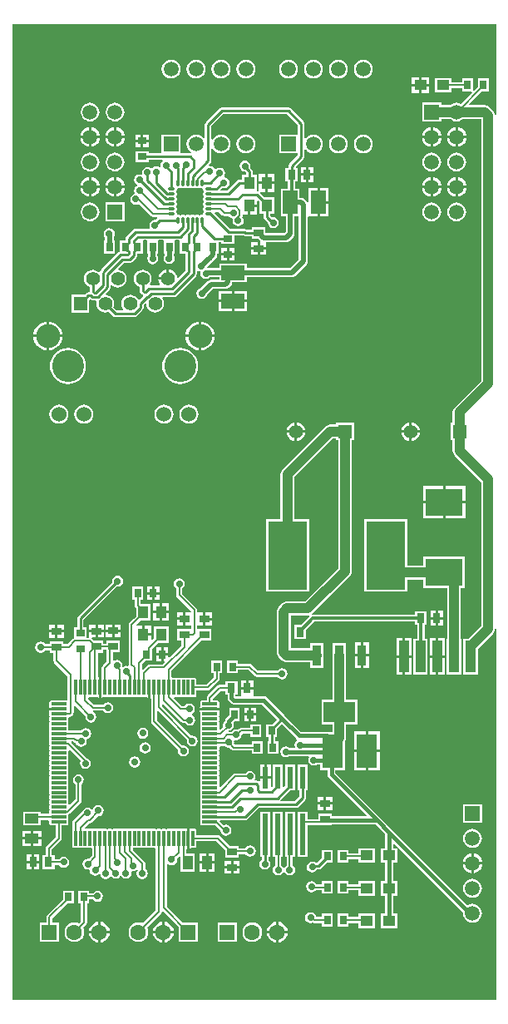
<source format=gtl>
G04*
G04 #@! TF.GenerationSoftware,Altium Limited,Altium Designer,20.0.13 (296)*
G04*
G04 Layer_Physical_Order=1*
G04 Layer_Color=255*
%FSLAX44Y44*%
%MOMM*%
G71*
G01*
G75*
%ADD10C,0.2500*%
%ADD11C,0.2000*%
%ADD15C,0.3000*%
%ADD17C,0.2540*%
%ADD22R,0.7000X0.9000*%
%ADD23R,0.6000X2.2000*%
%ADD24R,0.6000X4.2000*%
%ADD25R,1.0500X3.2000*%
%ADD26R,10.4500X8.3000*%
%ADD27R,0.8000X1.0000*%
%ADD28R,3.2500X2.1500*%
%ADD29R,0.9500X2.1500*%
%ADD30R,3.8100X2.7940*%
%ADD31R,1.0000X0.8000*%
%ADD32R,1.1000X1.3000*%
%ADD33R,1.2500X1.1000*%
%ADD34R,0.9000X0.7000*%
G04:AMPARAMS|DCode=35|XSize=1.56mm|YSize=0.28mm|CornerRadius=0.035mm|HoleSize=0mm|Usage=FLASHONLY|Rotation=270.000|XOffset=0mm|YOffset=0mm|HoleType=Round|Shape=RoundedRectangle|*
%AMROUNDEDRECTD35*
21,1,1.5600,0.2100,0,0,270.0*
21,1,1.4900,0.2800,0,0,270.0*
1,1,0.0700,-0.1050,-0.7450*
1,1,0.0700,-0.1050,0.7450*
1,1,0.0700,0.1050,0.7450*
1,1,0.0700,0.1050,-0.7450*
%
%ADD35ROUNDEDRECTD35*%
G04:AMPARAMS|DCode=36|XSize=1.56mm|YSize=0.28mm|CornerRadius=0.035mm|HoleSize=0mm|Usage=FLASHONLY|Rotation=0.000|XOffset=0mm|YOffset=0mm|HoleType=Round|Shape=RoundedRectangle|*
%AMROUNDEDRECTD36*
21,1,1.5600,0.2100,0,0,0.0*
21,1,1.4900,0.2800,0,0,0.0*
1,1,0.0700,0.7450,-0.1050*
1,1,0.0700,-0.7450,-0.1050*
1,1,0.0700,-0.7450,0.1050*
1,1,0.0700,0.7450,0.1050*
%
%ADD36ROUNDEDRECTD36*%
%ADD37R,1.0000X1.4000*%
G04:AMPARAMS|DCode=38|XSize=0.28mm|YSize=0.69mm|CornerRadius=0.07mm|HoleSize=0mm|Usage=FLASHONLY|Rotation=180.000|XOffset=0mm|YOffset=0mm|HoleType=Round|Shape=RoundedRectangle|*
%AMROUNDEDRECTD38*
21,1,0.2800,0.5500,0,0,180.0*
21,1,0.1400,0.6900,0,0,180.0*
1,1,0.1400,-0.0700,0.2750*
1,1,0.1400,0.0700,0.2750*
1,1,0.1400,0.0700,-0.2750*
1,1,0.1400,-0.0700,-0.2750*
%
%ADD38ROUNDEDRECTD38*%
G04:AMPARAMS|DCode=39|XSize=0.28mm|YSize=0.69mm|CornerRadius=0.07mm|HoleSize=0mm|Usage=FLASHONLY|Rotation=270.000|XOffset=0mm|YOffset=0mm|HoleType=Round|Shape=RoundedRectangle|*
%AMROUNDEDRECTD39*
21,1,0.2800,0.5500,0,0,270.0*
21,1,0.1400,0.6900,0,0,270.0*
1,1,0.1400,-0.2750,-0.0700*
1,1,0.1400,-0.2750,0.0700*
1,1,0.1400,0.2750,0.0700*
1,1,0.1400,0.2750,-0.0700*
%
%ADD39ROUNDEDRECTD39*%
%ADD40R,2.2860X2.2860*%
%ADD41R,1.5000X2.4000*%
%ADD42R,2.4000X1.5000*%
%ADD43R,2.1500X3.5000*%
%ADD44R,4.0000X7.0000*%
%ADD45R,1.4000X1.0000*%
%ADD81C,0.4000*%
%ADD82C,0.5000*%
%ADD83C,1.0000*%
%ADD84C,1.5000*%
%ADD85R,1.5000X1.5000*%
%ADD86C,1.4000*%
%ADD87R,1.4000X1.4000*%
%ADD88C,1.6000*%
%ADD89R,1.6000X1.6000*%
%ADD90R,1.3980X1.3980*%
%ADD91C,1.3980*%
%ADD92C,1.5300*%
%ADD93C,2.4450*%
%ADD94C,3.2500*%
%ADD95C,0.7000*%
%ADD96C,0.8000*%
G36*
X496432Y903993D02*
X495162Y903910D01*
X494977Y905312D01*
X494272Y907015D01*
X493149Y908478D01*
X489635Y911992D01*
X488172Y913114D01*
X486469Y913820D01*
X484642Y914060D01*
X469545D01*
X469059Y915234D01*
X482075Y928250D01*
X488750D01*
Y941250D01*
X477750D01*
Y932576D01*
X474020Y928846D01*
X472750Y929372D01*
Y941250D01*
X461750D01*
Y937309D01*
X450750D01*
Y941750D01*
X434250D01*
Y926750D01*
X450750D01*
Y931191D01*
X461750D01*
Y928250D01*
X471628D01*
X472154Y926980D01*
X460683Y915509D01*
X458880Y916255D01*
X456400Y916582D01*
X453920Y916255D01*
X451609Y915298D01*
X449996Y914060D01*
X440500D01*
Y916500D01*
X421500D01*
Y897500D01*
X440500D01*
Y899940D01*
X449996D01*
X451609Y898702D01*
X453920Y897745D01*
X456400Y897418D01*
X458880Y897745D01*
X461191Y898702D01*
X462804Y899940D01*
X481097D01*
Y633331D01*
X454257Y606492D01*
X453135Y605030D01*
X452430Y603327D01*
X452189Y601500D01*
Y590750D01*
X450250D01*
Y572750D01*
X452189D01*
Y561907D01*
X452430Y560080D01*
X453135Y558377D01*
X454257Y556915D01*
X481097Y530075D01*
Y384081D01*
X467765Y370750D01*
X463250D01*
Y334750D01*
X477750D01*
Y360765D01*
X493149Y376165D01*
X494272Y377627D01*
X494977Y379330D01*
X495162Y380732D01*
X496432Y380649D01*
Y3569D01*
X3569D01*
Y996432D01*
X496432D01*
Y903993D01*
D02*
G37*
%LPC*%
G36*
X361350Y960182D02*
X358870Y959856D01*
X356559Y958898D01*
X354575Y957376D01*
X353052Y955391D01*
X352095Y953080D01*
X351768Y950600D01*
X352095Y948120D01*
X353052Y945809D01*
X354575Y943825D01*
X356559Y942302D01*
X358870Y941345D01*
X361350Y941018D01*
X363830Y941345D01*
X366141Y942302D01*
X368125Y943825D01*
X369648Y945809D01*
X370606Y948120D01*
X370932Y950600D01*
X370606Y953080D01*
X369648Y955391D01*
X368125Y957376D01*
X366141Y958898D01*
X363830Y959856D01*
X361350Y960182D01*
D02*
G37*
G36*
X335950D02*
X333470Y959856D01*
X331159Y958898D01*
X329175Y957376D01*
X327652Y955391D01*
X326695Y953080D01*
X326368Y950600D01*
X326695Y948120D01*
X327652Y945809D01*
X329175Y943825D01*
X331159Y942302D01*
X333470Y941345D01*
X335950Y941018D01*
X338430Y941345D01*
X340741Y942302D01*
X342725Y943825D01*
X344248Y945809D01*
X345205Y948120D01*
X345532Y950600D01*
X345205Y953080D01*
X344248Y955391D01*
X342725Y957376D01*
X340741Y958898D01*
X338430Y959856D01*
X335950Y960182D01*
D02*
G37*
G36*
X310550D02*
X308070Y959856D01*
X305759Y958898D01*
X303775Y957376D01*
X302252Y955391D01*
X301295Y953080D01*
X300968Y950600D01*
X301295Y948120D01*
X302252Y945809D01*
X303775Y943825D01*
X305759Y942302D01*
X308070Y941345D01*
X310550Y941018D01*
X313030Y941345D01*
X315341Y942302D01*
X317325Y943825D01*
X318848Y945809D01*
X319806Y948120D01*
X320132Y950600D01*
X319806Y953080D01*
X318848Y955391D01*
X317325Y957376D01*
X315341Y958898D01*
X313030Y959856D01*
X310550Y960182D01*
D02*
G37*
G36*
X285150D02*
X282670Y959856D01*
X280359Y958898D01*
X278375Y957376D01*
X276852Y955391D01*
X275895Y953080D01*
X275568Y950600D01*
X275895Y948120D01*
X276852Y945809D01*
X278375Y943825D01*
X280359Y942302D01*
X282670Y941345D01*
X285150Y941018D01*
X287630Y941345D01*
X289941Y942302D01*
X291926Y943825D01*
X293448Y945809D01*
X294405Y948120D01*
X294732Y950600D01*
X294405Y953080D01*
X293448Y955391D01*
X291926Y957376D01*
X289941Y958898D01*
X287630Y959856D01*
X285150Y960182D01*
D02*
G37*
G36*
X241600D02*
X239120Y959856D01*
X236809Y958898D01*
X234824Y957376D01*
X233302Y955391D01*
X232344Y953080D01*
X232018Y950600D01*
X232344Y948120D01*
X233302Y945809D01*
X234824Y943825D01*
X236809Y942302D01*
X239120Y941345D01*
X241600Y941018D01*
X244080Y941345D01*
X246391Y942302D01*
X248375Y943825D01*
X249898Y945809D01*
X250855Y948120D01*
X251182Y950600D01*
X250855Y953080D01*
X249898Y955391D01*
X248375Y957376D01*
X246391Y958898D01*
X244080Y959856D01*
X241600Y960182D01*
D02*
G37*
G36*
X216200D02*
X213720Y959856D01*
X211409Y958898D01*
X209424Y957376D01*
X207901Y955391D01*
X206944Y953080D01*
X206618Y950600D01*
X206944Y948120D01*
X207901Y945809D01*
X209424Y943825D01*
X211409Y942302D01*
X213720Y941345D01*
X216200Y941018D01*
X218680Y941345D01*
X220991Y942302D01*
X222975Y943825D01*
X224498Y945809D01*
X225455Y948120D01*
X225782Y950600D01*
X225455Y953080D01*
X224498Y955391D01*
X222975Y957376D01*
X220991Y958898D01*
X218680Y959856D01*
X216200Y960182D01*
D02*
G37*
G36*
X190800D02*
X188320Y959856D01*
X186009Y958898D01*
X184024Y957376D01*
X182502Y955391D01*
X181544Y953080D01*
X181218Y950600D01*
X181544Y948120D01*
X182502Y945809D01*
X184024Y943825D01*
X186009Y942302D01*
X188320Y941345D01*
X190800Y941018D01*
X193280Y941345D01*
X195591Y942302D01*
X197575Y943825D01*
X199098Y945809D01*
X200055Y948120D01*
X200382Y950600D01*
X200055Y953080D01*
X199098Y955391D01*
X197575Y957376D01*
X195591Y958898D01*
X193280Y959856D01*
X190800Y960182D01*
D02*
G37*
G36*
X165400D02*
X162920Y959856D01*
X160609Y958898D01*
X158624Y957376D01*
X157101Y955391D01*
X156144Y953080D01*
X155818Y950600D01*
X156144Y948120D01*
X157101Y945809D01*
X158624Y943825D01*
X160609Y942302D01*
X162920Y941345D01*
X165400Y941018D01*
X167880Y941345D01*
X170191Y942302D01*
X172175Y943825D01*
X173698Y945809D01*
X174655Y948120D01*
X174982Y950600D01*
X174655Y953080D01*
X173698Y955391D01*
X172175Y957376D01*
X170191Y958898D01*
X167880Y959856D01*
X165400Y960182D01*
D02*
G37*
G36*
X428290Y942290D02*
X420770D01*
Y935520D01*
X428290D01*
Y942290D01*
D02*
G37*
G36*
X418230D02*
X410710D01*
Y935520D01*
X418230D01*
Y942290D01*
D02*
G37*
G36*
X428290Y932980D02*
X420770D01*
Y926210D01*
X428290D01*
Y932980D01*
D02*
G37*
G36*
X418230D02*
X410710D01*
Y926210D01*
X418230D01*
Y932980D01*
D02*
G37*
G36*
X108500Y916582D02*
X106020Y916255D01*
X103709Y915298D01*
X101725Y913775D01*
X100202Y911791D01*
X99245Y909480D01*
X98918Y907000D01*
X99245Y904520D01*
X100202Y902209D01*
X101725Y900225D01*
X103709Y898702D01*
X106020Y897745D01*
X108500Y897418D01*
X110980Y897745D01*
X113291Y898702D01*
X115276Y900225D01*
X116798Y902209D01*
X117756Y904520D01*
X118082Y907000D01*
X117756Y909480D01*
X116798Y911791D01*
X115276Y913775D01*
X113291Y915298D01*
X110980Y916255D01*
X108500Y916582D01*
D02*
G37*
G36*
X83100D02*
X80620Y916255D01*
X78309Y915298D01*
X76325Y913775D01*
X74802Y911791D01*
X73845Y909480D01*
X73518Y907000D01*
X73845Y904520D01*
X74802Y902209D01*
X76325Y900225D01*
X78309Y898702D01*
X80620Y897745D01*
X83100Y897418D01*
X85580Y897745D01*
X87891Y898702D01*
X89876Y900225D01*
X91398Y902209D01*
X92356Y904520D01*
X92682Y907000D01*
X92356Y909480D01*
X91398Y911791D01*
X89876Y913775D01*
X87891Y915298D01*
X85580Y916255D01*
X83100Y916582D01*
D02*
G37*
G36*
X109770Y891559D02*
Y882870D01*
X118460D01*
X118282Y884221D01*
X117270Y886663D01*
X115661Y888761D01*
X113563Y890370D01*
X111121Y891382D01*
X109770Y891559D01*
D02*
G37*
G36*
X84370D02*
Y882870D01*
X93060D01*
X92882Y884221D01*
X91870Y886663D01*
X90261Y888761D01*
X88163Y890370D01*
X85721Y891382D01*
X84370Y891559D01*
D02*
G37*
G36*
X457670D02*
Y882870D01*
X466359D01*
X466181Y884221D01*
X465170Y886663D01*
X463560Y888761D01*
X461463Y890370D01*
X459021Y891382D01*
X457670Y891559D01*
D02*
G37*
G36*
X432270D02*
Y882870D01*
X440959D01*
X440782Y884221D01*
X439770Y886663D01*
X438161Y888761D01*
X436063Y890370D01*
X433621Y891382D01*
X432270Y891559D01*
D02*
G37*
G36*
X455130D02*
X453779Y891382D01*
X451337Y890370D01*
X449239Y888761D01*
X447630Y886663D01*
X446618Y884221D01*
X446441Y882870D01*
X455130D01*
Y891559D01*
D02*
G37*
G36*
X429730D02*
X428379Y891382D01*
X425937Y890370D01*
X423839Y888761D01*
X422230Y886663D01*
X421218Y884221D01*
X421040Y882870D01*
X429730D01*
Y891559D01*
D02*
G37*
G36*
X107230D02*
X105879Y891382D01*
X103437Y890370D01*
X101340Y888761D01*
X99730Y886663D01*
X98719Y884221D01*
X98541Y882870D01*
X107230D01*
Y891559D01*
D02*
G37*
G36*
X81830D02*
X80479Y891382D01*
X78037Y890370D01*
X75940Y888761D01*
X74330Y886663D01*
X73319Y884221D01*
X73141Y882870D01*
X81830D01*
Y891559D01*
D02*
G37*
G36*
X285000Y911564D02*
X217250D01*
X215982Y911311D01*
X214907Y910593D01*
X200907Y896593D01*
X200189Y895518D01*
X199937Y894250D01*
Y880184D01*
X198666Y879753D01*
X197575Y881176D01*
X195591Y882698D01*
X193280Y883656D01*
X190800Y883982D01*
X188320Y883656D01*
X186009Y882698D01*
X184024Y881176D01*
X182502Y879191D01*
X181544Y876880D01*
X181218Y874400D01*
X181544Y871920D01*
X182502Y869609D01*
X184024Y867625D01*
X186009Y866102D01*
X186118Y866057D01*
X186183Y865923D01*
X185319Y864800D01*
X185250Y864814D01*
X176134D01*
X174900Y864900D01*
X174900Y866084D01*
Y883900D01*
X155900D01*
X155900Y864900D01*
X154666Y864814D01*
X142500D01*
Y867000D01*
X129500D01*
Y856000D01*
X142500D01*
Y858186D01*
X156761D01*
X157147Y856916D01*
X156285Y856340D01*
X155069Y854521D01*
X154642Y852375D01*
X154849Y851339D01*
X153706Y850575D01*
X152625Y851297D01*
X150479Y851724D01*
X148333Y851297D01*
X146560Y850113D01*
X146436Y850040D01*
X144849Y849877D01*
X143646Y850681D01*
X141500Y851108D01*
X139354Y850681D01*
X137535Y849465D01*
X136319Y847646D01*
X135892Y845500D01*
X136135Y844280D01*
X136121Y844248D01*
X135034Y843302D01*
X133500Y843608D01*
X131354Y843181D01*
X129535Y841965D01*
X128319Y840146D01*
X127892Y838000D01*
X128319Y835854D01*
X129535Y834035D01*
X130710Y833249D01*
Y831751D01*
X129535Y830965D01*
X128319Y829146D01*
X127892Y827000D01*
X128319Y824854D01*
X128410Y824718D01*
X127924Y823544D01*
X127354Y823431D01*
X125535Y822215D01*
X124319Y820396D01*
X123892Y818250D01*
X124319Y816104D01*
X125535Y814285D01*
X127354Y813069D01*
X129500Y812642D01*
X131646Y813069D01*
X132371Y813553D01*
X144637Y801287D01*
X144637Y801287D01*
X145629Y800624D01*
X146800Y800391D01*
X151104D01*
X151378Y799987D01*
X151593Y799121D01*
X149788Y797316D01*
X149019Y797469D01*
X146873Y797042D01*
X145054Y795826D01*
X143838Y794007D01*
X143411Y791861D01*
X143838Y789715D01*
X143952Y789545D01*
X143353Y788425D01*
X129447D01*
X128179Y788172D01*
X127688Y787845D01*
X127104Y787454D01*
X120012Y780363D01*
X119293Y779288D01*
X119293Y779288D01*
X119293Y779288D01*
X119041Y778020D01*
Y776000D01*
X113250D01*
Y764946D01*
X112573Y764811D01*
X111498Y764093D01*
X94953Y747549D01*
X94235Y746474D01*
X94134Y745966D01*
X93597Y745429D01*
X93597Y745429D01*
X93597Y745429D01*
X93252Y744912D01*
X93057Y744621D01*
X92991Y744565D01*
X92006Y744275D01*
X91560Y744235D01*
X90234Y745253D01*
X88047Y746159D01*
X85700Y746468D01*
X83353Y746159D01*
X81166Y745253D01*
X79288Y743812D01*
X77847Y741934D01*
X76941Y739747D01*
X76633Y737400D01*
X76941Y735053D01*
X77847Y732866D01*
X79288Y730988D01*
X81166Y729547D01*
X82387Y729042D01*
Y724645D01*
X82393Y724613D01*
X81657Y723715D01*
X81294Y723626D01*
X80049Y723379D01*
X78974Y722660D01*
X77304Y720990D01*
X64010D01*
Y703010D01*
X81990D01*
Y715555D01*
X82059Y715633D01*
X83260Y716184D01*
X83886Y715766D01*
X85154Y715514D01*
X88982D01*
X89579Y714620D01*
X89628Y714244D01*
X89333Y712000D01*
X89642Y709653D01*
X90547Y707466D01*
X91988Y705588D01*
X93866Y704147D01*
X96053Y703242D01*
X98400Y702933D01*
X100747Y703242D01*
X101967Y703747D01*
X106297Y699417D01*
X107372Y698699D01*
X107372Y698699D01*
X108640Y698446D01*
X128041D01*
X129310Y698699D01*
X130385Y699417D01*
X136383Y705415D01*
X137101Y706490D01*
X137353Y707758D01*
Y710719D01*
X139021Y712386D01*
X140167Y711736D01*
X140442Y709653D01*
X141347Y707466D01*
X142788Y705588D01*
X144666Y704147D01*
X146853Y703242D01*
X149200Y702933D01*
X151547Y703242D01*
X153734Y704147D01*
X155612Y705588D01*
X157053Y707466D01*
X157959Y709653D01*
X158268Y712000D01*
X157959Y714347D01*
X157053Y716534D01*
X156284Y717536D01*
X156910Y718806D01*
X168229D01*
X169497Y719059D01*
X170572Y719777D01*
X190738Y739943D01*
X191456Y741018D01*
X191709Y742286D01*
Y745214D01*
X192978Y745893D01*
X193997Y745213D01*
X195629Y744888D01*
X195643Y744853D01*
X195217Y742707D01*
X195643Y740561D01*
X196859Y738741D01*
X198678Y737526D01*
X200824Y737099D01*
X202970Y737526D01*
X204790Y738741D01*
X204904Y738912D01*
X214500D01*
Y736088D01*
X206000D01*
X204244Y735739D01*
X202756Y734744D01*
X195650Y727639D01*
X194604Y727431D01*
X192785Y726215D01*
X191569Y724396D01*
X191142Y722250D01*
X191569Y720104D01*
X192785Y718285D01*
X194604Y717069D01*
X196750Y716642D01*
X198896Y717069D01*
X200715Y718285D01*
X201931Y720104D01*
X202139Y721150D01*
X207900Y726912D01*
X221000D01*
X222756Y727261D01*
X224244Y728256D01*
X226295Y730306D01*
X227289Y731795D01*
X227639Y733550D01*
Y734000D01*
X242500D01*
Y738912D01*
X288500D01*
X290256Y739261D01*
X291744Y740256D01*
X303366Y751877D01*
X304360Y753366D01*
X304709Y755122D01*
Y799809D01*
X305710Y800460D01*
X305979Y800460D01*
X314480D01*
Y815000D01*
Y829540D01*
X305710D01*
Y814430D01*
X304440Y814305D01*
X304360Y814706D01*
X303366Y816194D01*
X301315Y818244D01*
X299827Y819239D01*
X298071Y819588D01*
X296250D01*
Y829000D01*
X291569D01*
Y836250D01*
X294000D01*
Y850250D01*
X292891D01*
X292365Y851520D01*
X300343Y859498D01*
X301061Y860573D01*
X301314Y861841D01*
Y868746D01*
X302584Y869177D01*
X303775Y867625D01*
X305759Y866102D01*
X308070Y865145D01*
X310550Y864818D01*
X313030Y865145D01*
X315341Y866102D01*
X317325Y867625D01*
X318848Y869609D01*
X319806Y871920D01*
X320132Y874400D01*
X319806Y876880D01*
X318848Y879191D01*
X317325Y881176D01*
X315341Y882698D01*
X313030Y883656D01*
X310550Y883982D01*
X308070Y883656D01*
X305759Y882698D01*
X303775Y881176D01*
X302584Y879623D01*
X301314Y880055D01*
Y895250D01*
X301061Y896518D01*
X300343Y897593D01*
X287343Y910593D01*
X286268Y911311D01*
X286058Y911353D01*
X285000Y911564D01*
D02*
G37*
G36*
X143040Y883540D02*
X137270D01*
Y878770D01*
X143040D01*
Y883540D01*
D02*
G37*
G36*
X134730D02*
X128960D01*
Y878770D01*
X134730D01*
Y883540D01*
D02*
G37*
G36*
X118460Y880330D02*
X109770D01*
Y871641D01*
X111121Y871818D01*
X113563Y872830D01*
X115661Y874439D01*
X117270Y876537D01*
X118282Y878979D01*
X118460Y880330D01*
D02*
G37*
G36*
X93060D02*
X84370D01*
Y871641D01*
X85721Y871818D01*
X88163Y872830D01*
X90261Y874439D01*
X91870Y876537D01*
X92882Y878979D01*
X93060Y880330D01*
D02*
G37*
G36*
X466359D02*
X457670D01*
Y871641D01*
X459021Y871818D01*
X461463Y872830D01*
X463560Y874439D01*
X465170Y876537D01*
X466181Y878979D01*
X466359Y880330D01*
D02*
G37*
G36*
X440959D02*
X432270D01*
Y871641D01*
X433621Y871818D01*
X436063Y872830D01*
X438161Y874439D01*
X439770Y876537D01*
X440782Y878979D01*
X440959Y880330D01*
D02*
G37*
G36*
X455130D02*
X446441D01*
X446618Y878979D01*
X447630Y876537D01*
X449239Y874439D01*
X451337Y872830D01*
X453779Y871818D01*
X455130Y871641D01*
Y880330D01*
D02*
G37*
G36*
X429730D02*
X421040D01*
X421218Y878979D01*
X422230Y876537D01*
X423839Y874439D01*
X425937Y872830D01*
X428379Y871818D01*
X429730Y871641D01*
Y880330D01*
D02*
G37*
G36*
X107230D02*
X98541D01*
X98719Y878979D01*
X99730Y876537D01*
X101340Y874439D01*
X103437Y872830D01*
X105879Y871818D01*
X107230Y871641D01*
Y880330D01*
D02*
G37*
G36*
X81830D02*
X73141D01*
X73319Y878979D01*
X74330Y876537D01*
X75940Y874439D01*
X78037Y872830D01*
X80479Y871818D01*
X81830Y871641D01*
Y880330D01*
D02*
G37*
G36*
X143040Y876230D02*
X137270D01*
Y871460D01*
X143040D01*
Y876230D01*
D02*
G37*
G36*
X134730D02*
X128960D01*
Y871460D01*
X134730D01*
Y876230D01*
D02*
G37*
G36*
X361350Y883982D02*
X358870Y883656D01*
X356559Y882698D01*
X354575Y881176D01*
X353052Y879191D01*
X352095Y876880D01*
X351768Y874400D01*
X352095Y871920D01*
X353052Y869609D01*
X354575Y867625D01*
X356559Y866102D01*
X358870Y865145D01*
X361350Y864818D01*
X363830Y865145D01*
X366141Y866102D01*
X368125Y867625D01*
X369648Y869609D01*
X370606Y871920D01*
X370932Y874400D01*
X370606Y876880D01*
X369648Y879191D01*
X368125Y881176D01*
X366141Y882698D01*
X363830Y883656D01*
X361350Y883982D01*
D02*
G37*
G36*
X335950D02*
X333470Y883656D01*
X331159Y882698D01*
X329175Y881176D01*
X327652Y879191D01*
X326695Y876880D01*
X326368Y874400D01*
X326695Y871920D01*
X327652Y869609D01*
X329175Y867625D01*
X331159Y866102D01*
X333470Y865145D01*
X335950Y864818D01*
X338430Y865145D01*
X340741Y866102D01*
X342725Y867625D01*
X344248Y869609D01*
X345205Y871920D01*
X345532Y874400D01*
X345205Y876880D01*
X344248Y879191D01*
X342725Y881176D01*
X340741Y882698D01*
X338430Y883656D01*
X335950Y883982D01*
D02*
G37*
G36*
X456400Y865782D02*
X453920Y865455D01*
X451609Y864498D01*
X449624Y862975D01*
X448102Y860991D01*
X447145Y858680D01*
X446818Y856200D01*
X447145Y853720D01*
X448102Y851409D01*
X449624Y849425D01*
X451609Y847902D01*
X453920Y846945D01*
X456400Y846618D01*
X458880Y846945D01*
X461191Y847902D01*
X463175Y849425D01*
X464698Y851409D01*
X465655Y853720D01*
X465982Y856200D01*
X465655Y858680D01*
X464698Y860991D01*
X463175Y862975D01*
X461191Y864498D01*
X458880Y865455D01*
X456400Y865782D01*
D02*
G37*
G36*
X431000D02*
X428520Y865455D01*
X426209Y864498D01*
X424225Y862975D01*
X422702Y860991D01*
X421744Y858680D01*
X421418Y856200D01*
X421744Y853720D01*
X422702Y851409D01*
X424225Y849425D01*
X426209Y847902D01*
X428520Y846945D01*
X431000Y846618D01*
X433480Y846945D01*
X435791Y847902D01*
X437775Y849425D01*
X439298Y851409D01*
X440255Y853720D01*
X440582Y856200D01*
X440255Y858680D01*
X439298Y860991D01*
X437775Y862975D01*
X435791Y864498D01*
X433480Y865455D01*
X431000Y865782D01*
D02*
G37*
G36*
X108500D02*
X106020Y865455D01*
X103709Y864498D01*
X101725Y862975D01*
X100202Y860991D01*
X99245Y858680D01*
X98918Y856200D01*
X99245Y853720D01*
X100202Y851409D01*
X101725Y849425D01*
X103709Y847902D01*
X106020Y846945D01*
X108500Y846618D01*
X110980Y846945D01*
X113291Y847902D01*
X115276Y849425D01*
X116798Y851409D01*
X117756Y853720D01*
X118082Y856200D01*
X117756Y858680D01*
X116798Y860991D01*
X115276Y862975D01*
X113291Y864498D01*
X110980Y865455D01*
X108500Y865782D01*
D02*
G37*
G36*
X83100D02*
X80620Y865455D01*
X78309Y864498D01*
X76325Y862975D01*
X74802Y860991D01*
X73845Y858680D01*
X73518Y856200D01*
X73845Y853720D01*
X74802Y851409D01*
X76325Y849425D01*
X78309Y847902D01*
X80620Y846945D01*
X83100Y846618D01*
X85580Y846945D01*
X87891Y847902D01*
X89876Y849425D01*
X91398Y851409D01*
X92356Y853720D01*
X92682Y856200D01*
X92356Y858680D01*
X91398Y860991D01*
X89876Y862975D01*
X87891Y864498D01*
X85580Y865455D01*
X83100Y865782D01*
D02*
G37*
G36*
X310540Y850790D02*
X305270D01*
Y844520D01*
X310540D01*
Y850790D01*
D02*
G37*
G36*
X302730D02*
X297460D01*
Y844520D01*
X302730D01*
Y850790D01*
D02*
G37*
G36*
X310540Y841980D02*
X305270D01*
Y835710D01*
X310540D01*
Y841980D01*
D02*
G37*
G36*
X302730D02*
X297460D01*
Y835710D01*
X302730D01*
Y841980D01*
D02*
G37*
G36*
X109770Y840759D02*
Y832070D01*
X118460D01*
X118282Y833421D01*
X117270Y835863D01*
X115661Y837961D01*
X113563Y839570D01*
X111121Y840582D01*
X109770Y840759D01*
D02*
G37*
G36*
X84370D02*
Y832070D01*
X93060D01*
X92882Y833421D01*
X91870Y835863D01*
X90261Y837961D01*
X88163Y839570D01*
X85721Y840582D01*
X84370Y840759D01*
D02*
G37*
G36*
X457670D02*
Y832070D01*
X466359D01*
X466181Y833421D01*
X465170Y835863D01*
X463560Y837961D01*
X461463Y839570D01*
X459021Y840582D01*
X457670Y840759D01*
D02*
G37*
G36*
X432270D02*
Y832070D01*
X440959D01*
X440782Y833421D01*
X439770Y835863D01*
X438161Y837961D01*
X436063Y839570D01*
X433621Y840582D01*
X432270Y840759D01*
D02*
G37*
G36*
X455130D02*
X453779Y840582D01*
X451337Y839570D01*
X449239Y837961D01*
X447630Y835863D01*
X446618Y833421D01*
X446441Y832070D01*
X455130D01*
Y840759D01*
D02*
G37*
G36*
X429730D02*
X428379Y840582D01*
X425937Y839570D01*
X423839Y837961D01*
X422230Y835863D01*
X421218Y833421D01*
X421040Y832070D01*
X429730D01*
Y840759D01*
D02*
G37*
G36*
X107230D02*
X105879Y840582D01*
X103437Y839570D01*
X101340Y837961D01*
X99730Y835863D01*
X98719Y833421D01*
X98541Y832070D01*
X107230D01*
Y840759D01*
D02*
G37*
G36*
X81830D02*
X80479Y840582D01*
X78037Y839570D01*
X75940Y837961D01*
X74330Y835863D01*
X73319Y833421D01*
X73141Y832070D01*
X81830D01*
Y840759D01*
D02*
G37*
G36*
X118460Y829530D02*
X109770D01*
Y820841D01*
X111121Y821018D01*
X113563Y822030D01*
X115661Y823639D01*
X117270Y825737D01*
X118282Y828179D01*
X118460Y829530D01*
D02*
G37*
G36*
X93060D02*
X84370D01*
Y820841D01*
X85721Y821018D01*
X88163Y822030D01*
X90261Y823639D01*
X91870Y825737D01*
X92882Y828179D01*
X93060Y829530D01*
D02*
G37*
G36*
X466359D02*
X457670D01*
Y820841D01*
X459021Y821018D01*
X461463Y822030D01*
X463560Y823639D01*
X465170Y825737D01*
X466181Y828179D01*
X466359Y829530D01*
D02*
G37*
G36*
X440959D02*
X432270D01*
Y820841D01*
X433621Y821018D01*
X436063Y822030D01*
X438161Y823639D01*
X439770Y825737D01*
X440782Y828179D01*
X440959Y829530D01*
D02*
G37*
G36*
X455130D02*
X446441D01*
X446618Y828179D01*
X447630Y825737D01*
X449239Y823639D01*
X451337Y822030D01*
X453779Y821018D01*
X455130Y820841D01*
Y829530D01*
D02*
G37*
G36*
X429730D02*
X421040D01*
X421218Y828179D01*
X422230Y825737D01*
X423839Y823639D01*
X425937Y822030D01*
X428379Y821018D01*
X429730Y820841D01*
Y829530D01*
D02*
G37*
G36*
X107230D02*
X98541D01*
X98719Y828179D01*
X99730Y825737D01*
X101340Y823639D01*
X103437Y822030D01*
X105879Y821018D01*
X107230Y820841D01*
Y829530D01*
D02*
G37*
G36*
X81830D02*
X73141D01*
X73319Y828179D01*
X74330Y825737D01*
X75940Y823639D01*
X78037Y822030D01*
X80479Y821018D01*
X81830Y820841D01*
Y829530D01*
D02*
G37*
G36*
X325790Y829540D02*
X317020D01*
Y816270D01*
X325790D01*
Y829540D01*
D02*
G37*
G36*
Y813730D02*
X317020D01*
Y800460D01*
X325790D01*
Y813730D01*
D02*
G37*
G36*
X118000Y814900D02*
X99000D01*
Y795900D01*
X118000D01*
Y814900D01*
D02*
G37*
G36*
X456400Y814982D02*
X453920Y814655D01*
X451609Y813698D01*
X449624Y812175D01*
X448102Y810191D01*
X447145Y807880D01*
X446818Y805400D01*
X447145Y802920D01*
X448102Y800609D01*
X449624Y798624D01*
X451609Y797102D01*
X453920Y796144D01*
X456400Y795818D01*
X458880Y796144D01*
X461191Y797102D01*
X463175Y798624D01*
X464698Y800609D01*
X465655Y802920D01*
X465982Y805400D01*
X465655Y807880D01*
X464698Y810191D01*
X463175Y812175D01*
X461191Y813698D01*
X458880Y814655D01*
X456400Y814982D01*
D02*
G37*
G36*
X431000D02*
X428520Y814655D01*
X426209Y813698D01*
X424225Y812175D01*
X422702Y810191D01*
X421744Y807880D01*
X421418Y805400D01*
X421744Y802920D01*
X422702Y800609D01*
X424225Y798624D01*
X426209Y797102D01*
X428520Y796144D01*
X431000Y795818D01*
X433480Y796144D01*
X435791Y797102D01*
X437775Y798624D01*
X439298Y800609D01*
X440255Y802920D01*
X440582Y805400D01*
X440255Y807880D01*
X439298Y810191D01*
X437775Y812175D01*
X435791Y813698D01*
X433480Y814655D01*
X431000Y814982D01*
D02*
G37*
G36*
X83100D02*
X80620Y814655D01*
X78309Y813698D01*
X76325Y812175D01*
X74802Y810191D01*
X73845Y807880D01*
X73518Y805400D01*
X73845Y802920D01*
X74802Y800609D01*
X76325Y798624D01*
X78309Y797102D01*
X80620Y796144D01*
X83100Y795818D01*
X85580Y796144D01*
X87891Y797102D01*
X89876Y798624D01*
X91398Y800609D01*
X92356Y802920D01*
X92682Y805400D01*
X92356Y807880D01*
X91398Y810191D01*
X89876Y812175D01*
X87891Y813698D01*
X85580Y814655D01*
X83100Y814982D01*
D02*
G37*
G36*
X102500Y788608D02*
X100354Y788181D01*
X98535Y786965D01*
X97319Y785146D01*
X96892Y783000D01*
X97319Y780854D01*
X98037Y779780D01*
Y776000D01*
X97250D01*
Y763000D01*
X108250D01*
Y776000D01*
X107213D01*
Y780154D01*
X107681Y780854D01*
X108108Y783000D01*
X107681Y785146D01*
X106466Y786965D01*
X104646Y788181D01*
X102500Y788608D01*
D02*
G37*
G36*
X243040Y724540D02*
X229770D01*
Y715770D01*
X243040D01*
Y724540D01*
D02*
G37*
G36*
X227230D02*
X213960D01*
Y715770D01*
X227230D01*
Y724540D01*
D02*
G37*
G36*
X243040Y713230D02*
X229770D01*
Y704460D01*
X243040D01*
Y713230D01*
D02*
G37*
G36*
X227230D02*
X213960D01*
Y704460D01*
X227230D01*
Y713230D01*
D02*
G37*
G36*
X196220Y693711D02*
Y680270D01*
X209662D01*
X209501Y681894D01*
X208657Y684678D01*
X207286Y687243D01*
X205441Y689491D01*
X203193Y691336D01*
X200628Y692707D01*
X197845Y693551D01*
X196220Y693711D01*
D02*
G37*
G36*
X41320D02*
Y680270D01*
X54762D01*
X54602Y681894D01*
X53757Y684678D01*
X52386Y687243D01*
X50541Y689491D01*
X48293Y691336D01*
X45728Y692707D01*
X42945Y693551D01*
X41320Y693711D01*
D02*
G37*
G36*
X193680D02*
X192056Y693551D01*
X189272Y692707D01*
X186707Y691336D01*
X184459Y689491D01*
X182614Y687243D01*
X181243Y684678D01*
X180399Y681894D01*
X180239Y680270D01*
X193680D01*
Y693711D01*
D02*
G37*
G36*
X38780D02*
X37156Y693551D01*
X34373Y692707D01*
X31808Y691336D01*
X29559Y689491D01*
X27714Y687243D01*
X26343Y684678D01*
X25499Y681894D01*
X25339Y680270D01*
X38780D01*
Y693711D01*
D02*
G37*
G36*
X209662Y677730D02*
X196220D01*
Y664289D01*
X197845Y664449D01*
X200628Y665293D01*
X203193Y666664D01*
X205441Y668509D01*
X207286Y670757D01*
X208657Y673322D01*
X209501Y676105D01*
X209662Y677730D01*
D02*
G37*
G36*
X54762D02*
X41320D01*
Y664289D01*
X42945Y664449D01*
X45728Y665293D01*
X48293Y666664D01*
X50541Y668509D01*
X52386Y670757D01*
X53757Y673322D01*
X54602Y676105D01*
X54762Y677730D01*
D02*
G37*
G36*
X193680D02*
X180239D01*
X180399Y676105D01*
X181243Y673322D01*
X182614Y670757D01*
X184459Y668509D01*
X186707Y666664D01*
X189272Y665293D01*
X192056Y664449D01*
X193680Y664289D01*
Y677730D01*
D02*
G37*
G36*
X38780D02*
X25339D01*
X25499Y676105D01*
X26343Y673322D01*
X27714Y670757D01*
X29559Y668509D01*
X31808Y666664D01*
X34373Y665293D01*
X37156Y664449D01*
X38780Y664289D01*
Y677730D01*
D02*
G37*
G36*
X174650Y666838D02*
X171072Y666486D01*
X167632Y665443D01*
X164462Y663748D01*
X161683Y661467D01*
X159402Y658688D01*
X157708Y655518D01*
X156664Y652078D01*
X156312Y648500D01*
X156664Y644922D01*
X157708Y641482D01*
X159402Y638312D01*
X161683Y635533D01*
X164462Y633252D01*
X167632Y631558D01*
X171072Y630514D01*
X174650Y630162D01*
X178228Y630514D01*
X181668Y631558D01*
X184838Y633252D01*
X187617Y635533D01*
X189898Y638312D01*
X191592Y641482D01*
X192636Y644922D01*
X192988Y648500D01*
X192636Y652078D01*
X191592Y655518D01*
X189898Y658688D01*
X187617Y661467D01*
X184838Y663748D01*
X181668Y665443D01*
X178228Y666486D01*
X174650Y666838D01*
D02*
G37*
G36*
X60350D02*
X56772Y666486D01*
X53332Y665443D01*
X50162Y663748D01*
X47383Y661467D01*
X45102Y658688D01*
X43408Y655518D01*
X42364Y652078D01*
X42012Y648500D01*
X42364Y644922D01*
X43408Y641482D01*
X45102Y638312D01*
X47383Y635533D01*
X50162Y633252D01*
X53332Y631558D01*
X56772Y630514D01*
X60350Y630162D01*
X63928Y630514D01*
X67368Y631558D01*
X70538Y633252D01*
X73317Y635533D01*
X75598Y638312D01*
X77292Y641482D01*
X78336Y644922D01*
X78688Y648500D01*
X78336Y652078D01*
X77292Y655518D01*
X75598Y658688D01*
X73317Y661467D01*
X70538Y663748D01*
X67368Y665443D01*
X63928Y666486D01*
X60350Y666838D01*
D02*
G37*
G36*
X183750Y609233D02*
X181231Y608902D01*
X178884Y607929D01*
X176868Y606382D01*
X175321Y604367D01*
X174349Y602019D01*
X174017Y599500D01*
X174349Y596981D01*
X175321Y594633D01*
X176868Y592617D01*
X178884Y591071D01*
X181231Y590098D01*
X183750Y589767D01*
X186269Y590098D01*
X188617Y591071D01*
X190633Y592617D01*
X192180Y594633D01*
X193152Y596981D01*
X193484Y599500D01*
X193152Y602019D01*
X192180Y604367D01*
X190633Y606382D01*
X188617Y607929D01*
X186269Y608902D01*
X183750Y609233D01*
D02*
G37*
G36*
X158350D02*
X155831Y608902D01*
X153484Y607929D01*
X151468Y606382D01*
X149921Y604367D01*
X148949Y602019D01*
X148617Y599500D01*
X148949Y596981D01*
X149921Y594633D01*
X151468Y592617D01*
X153484Y591071D01*
X155831Y590098D01*
X158350Y589767D01*
X160869Y590098D01*
X163217Y591071D01*
X165233Y592617D01*
X166779Y594633D01*
X167752Y596981D01*
X168083Y599500D01*
X167752Y602019D01*
X166779Y604367D01*
X165233Y606382D01*
X163217Y607929D01*
X160869Y608902D01*
X158350Y609233D01*
D02*
G37*
G36*
X76650D02*
X74131Y608902D01*
X71783Y607929D01*
X69768Y606382D01*
X68221Y604367D01*
X67249Y602019D01*
X66917Y599500D01*
X67249Y596981D01*
X68221Y594633D01*
X69768Y592617D01*
X71783Y591071D01*
X74131Y590098D01*
X76650Y589767D01*
X79169Y590098D01*
X81517Y591071D01*
X83533Y592617D01*
X85079Y594633D01*
X86052Y596981D01*
X86383Y599500D01*
X86052Y602019D01*
X85079Y604367D01*
X83533Y606382D01*
X81517Y607929D01*
X79169Y608902D01*
X76650Y609233D01*
D02*
G37*
G36*
X51250D02*
X48731Y608902D01*
X46384Y607929D01*
X44368Y606382D01*
X42821Y604367D01*
X41849Y602019D01*
X41517Y599500D01*
X41849Y596981D01*
X42821Y594633D01*
X44368Y592617D01*
X46384Y591071D01*
X48731Y590098D01*
X51250Y589767D01*
X53769Y590098D01*
X56117Y591071D01*
X58133Y592617D01*
X59679Y594633D01*
X60652Y596981D01*
X60983Y599500D01*
X60652Y602019D01*
X59679Y604367D01*
X58133Y606382D01*
X56117Y607929D01*
X53769Y608902D01*
X51250Y609233D01*
D02*
G37*
G36*
X293770Y591205D02*
Y583020D01*
X301955D01*
X301794Y584240D01*
X300833Y586561D01*
X299304Y588554D01*
X297311Y590083D01*
X294990Y591044D01*
X293770Y591205D01*
D02*
G37*
G36*
X410520D02*
Y583020D01*
X418705D01*
X418544Y584240D01*
X417583Y586561D01*
X416054Y588554D01*
X414061Y590083D01*
X411740Y591044D01*
X410520Y591205D01*
D02*
G37*
G36*
X291230D02*
X290009Y591044D01*
X287689Y590083D01*
X285696Y588554D01*
X284167Y586561D01*
X283205Y584240D01*
X283045Y583020D01*
X291230D01*
Y591205D01*
D02*
G37*
G36*
X407980D02*
X406759Y591044D01*
X404439Y590083D01*
X402446Y588554D01*
X400917Y586561D01*
X399955Y584240D01*
X399795Y583020D01*
X407980D01*
Y591205D01*
D02*
G37*
G36*
X418705Y580480D02*
X410520D01*
Y572295D01*
X411740Y572455D01*
X414061Y573417D01*
X416054Y574946D01*
X417583Y576939D01*
X418544Y579259D01*
X418705Y580480D01*
D02*
G37*
G36*
X301955D02*
X293770D01*
Y572295D01*
X294990Y572455D01*
X297311Y573417D01*
X299304Y574946D01*
X300833Y576939D01*
X301794Y579259D01*
X301955Y580480D01*
D02*
G37*
G36*
X407980D02*
X399795D01*
X399955Y579259D01*
X400917Y576939D01*
X402446Y574946D01*
X404439Y573417D01*
X406759Y572455D01*
X407980Y572295D01*
Y580480D01*
D02*
G37*
G36*
X291230D02*
X283045D01*
X283205Y579259D01*
X284167Y576939D01*
X285696Y574946D01*
X287689Y573417D01*
X290009Y572455D01*
X291230Y572295D01*
Y580480D01*
D02*
G37*
G36*
X465090Y526195D02*
X444770D01*
Y510955D01*
X465090D01*
Y526195D01*
D02*
G37*
G36*
X442230D02*
X421910D01*
Y510955D01*
X442230D01*
Y526195D01*
D02*
G37*
G36*
X465090Y508415D02*
X444770D01*
Y493175D01*
X465090D01*
Y508415D01*
D02*
G37*
G36*
X442230D02*
X421910D01*
Y493175D01*
X442230D01*
Y508415D01*
D02*
G37*
G36*
X153484Y424290D02*
X148714D01*
Y418520D01*
X153484D01*
Y424290D01*
D02*
G37*
G36*
X146174D02*
X141404D01*
Y418520D01*
X146174D01*
Y424290D01*
D02*
G37*
G36*
X153484Y415980D02*
X148714D01*
Y410210D01*
X153484D01*
Y415980D01*
D02*
G37*
G36*
X146174D02*
X141404D01*
Y410210D01*
X146174D01*
Y415980D01*
D02*
G37*
G36*
X163290Y407040D02*
X156520D01*
Y399270D01*
X163290D01*
Y407040D01*
D02*
G37*
G36*
X153980D02*
X147210D01*
Y399270D01*
X153980D01*
Y407040D01*
D02*
G37*
G36*
X442540Y399290D02*
X437270D01*
Y393020D01*
X442540D01*
Y399290D01*
D02*
G37*
G36*
X434730D02*
X429460D01*
Y393020D01*
X434730D01*
Y399290D01*
D02*
G37*
G36*
X177730Y397790D02*
X171460D01*
Y392520D01*
X177730D01*
Y397790D01*
D02*
G37*
G36*
X206790Y397540D02*
X200520D01*
Y392270D01*
X206790D01*
Y397540D01*
D02*
G37*
G36*
X163290Y396730D02*
X156520D01*
Y388960D01*
X163290D01*
Y396730D01*
D02*
G37*
G36*
X153980D02*
X147210D01*
Y388960D01*
X153980D01*
Y396730D01*
D02*
G37*
G36*
X177730Y389980D02*
X171460D01*
Y384710D01*
X177730D01*
Y389980D01*
D02*
G37*
G36*
X206790Y389730D02*
X200520D01*
Y384460D01*
X206790D01*
Y389730D01*
D02*
G37*
G36*
X442540Y390480D02*
X437270D01*
Y384210D01*
X442540D01*
Y390480D01*
D02*
G37*
G36*
X434730D02*
X429460D01*
Y384210D01*
X434730D01*
Y390480D01*
D02*
G37*
G36*
X114040Y385540D02*
X107770D01*
Y380270D01*
X114040D01*
Y385540D01*
D02*
G37*
G36*
X105230D02*
X98960D01*
Y380270D01*
X105230D01*
Y385540D01*
D02*
G37*
G36*
X97040Y385290D02*
X90770D01*
Y380020D01*
X97040D01*
Y385290D01*
D02*
G37*
G36*
X88230D02*
X81960D01*
Y380020D01*
X88230D01*
Y385290D01*
D02*
G37*
G36*
X56290Y385040D02*
X50020D01*
Y379770D01*
X56290D01*
Y385040D01*
D02*
G37*
G36*
X47480D02*
X41210D01*
Y379770D01*
X47480D01*
Y385040D01*
D02*
G37*
G36*
X145290Y384040D02*
X138520D01*
Y376270D01*
X145290D01*
Y384040D01*
D02*
G37*
G36*
X114040Y377730D02*
X107770D01*
Y372460D01*
X114040D01*
Y377730D01*
D02*
G37*
G36*
X105230D02*
X98960D01*
Y372460D01*
X105230D01*
Y377730D01*
D02*
G37*
G36*
X97040Y377480D02*
X90770D01*
Y372210D01*
X97040D01*
Y377480D01*
D02*
G37*
G36*
X56290Y377230D02*
X50020D01*
Y371960D01*
X56290D01*
Y377230D01*
D02*
G37*
G36*
X47480D02*
X41210D01*
Y371960D01*
X47480D01*
Y377230D01*
D02*
G37*
G36*
X111000Y435107D02*
X108854Y434681D01*
X107035Y433465D01*
X105819Y431646D01*
X105392Y429500D01*
X105545Y428731D01*
X70657Y393843D01*
X69939Y392769D01*
X69686Y391500D01*
Y382500D01*
X66500D01*
Y371610D01*
X66329Y371576D01*
X65337Y370913D01*
X65337Y370913D01*
X59983Y365559D01*
X55750D01*
Y368500D01*
X41750D01*
Y365309D01*
X37321D01*
X36715Y366216D01*
X34896Y367431D01*
X32750Y367858D01*
X30604Y367431D01*
X28784Y366216D01*
X27569Y364396D01*
X27142Y362250D01*
X27569Y360104D01*
X28784Y358285D01*
X30604Y357069D01*
X32750Y356642D01*
X34896Y357069D01*
X36715Y358285D01*
X37321Y359192D01*
X41750D01*
Y356500D01*
X45691D01*
Y348750D01*
X45691Y348750D01*
X45924Y347580D01*
X46587Y346587D01*
X46587Y346587D01*
X60113Y333062D01*
Y308810D01*
X58843Y307908D01*
X58650Y307946D01*
X43750D01*
X42833Y307763D01*
X42056Y307244D01*
X41536Y306467D01*
X41354Y305550D01*
Y303450D01*
X41536Y302533D01*
X41568Y302486D01*
X41027Y301678D01*
X40847Y300770D01*
X51200D01*
Y298230D01*
X40847D01*
X41027Y297322D01*
X41568Y296514D01*
X41536Y296467D01*
X41354Y295550D01*
Y293450D01*
X41536Y292533D01*
X41892Y292000D01*
X41536Y291467D01*
X41354Y290550D01*
Y288450D01*
X41536Y287533D01*
X41892Y287000D01*
X41536Y286467D01*
X41354Y285550D01*
Y283450D01*
X41536Y282533D01*
X41892Y282000D01*
X41536Y281467D01*
X41354Y280550D01*
Y278450D01*
X41536Y277533D01*
X41892Y277000D01*
X41536Y276467D01*
X41354Y275550D01*
Y273450D01*
X41536Y272533D01*
X41892Y272000D01*
X41536Y271467D01*
X41354Y270550D01*
Y268450D01*
X41536Y267533D01*
X41892Y267000D01*
X41536Y266467D01*
X41354Y265550D01*
Y263450D01*
X41536Y262533D01*
X41892Y262000D01*
X41536Y261467D01*
X41354Y260550D01*
Y258450D01*
X41536Y257533D01*
X41892Y257000D01*
X41536Y256467D01*
X41354Y255550D01*
Y253450D01*
X41536Y252533D01*
X41892Y252000D01*
X41536Y251467D01*
X41354Y250550D01*
Y248450D01*
X41536Y247533D01*
X41892Y247000D01*
X41536Y246467D01*
X41354Y245550D01*
Y243450D01*
X41536Y242533D01*
X41892Y242000D01*
X41536Y241467D01*
X41354Y240550D01*
Y238450D01*
X41536Y237533D01*
X41892Y237000D01*
X41536Y236467D01*
X41354Y235550D01*
Y233450D01*
X41536Y232533D01*
X41892Y232000D01*
X41536Y231467D01*
X41354Y230550D01*
Y228450D01*
X41536Y227533D01*
X41892Y227000D01*
X41536Y226467D01*
X41354Y225550D01*
Y223450D01*
X41536Y222533D01*
X41892Y222000D01*
X41536Y221467D01*
X41354Y220550D01*
Y218450D01*
X41536Y217533D01*
X41892Y217000D01*
X41536Y216467D01*
X41354Y215550D01*
Y213450D01*
X41536Y212533D01*
X41892Y212000D01*
X41536Y211467D01*
X41354Y210550D01*
Y208450D01*
X41536Y207533D01*
X41892Y207000D01*
X41536Y206467D01*
X41354Y205550D01*
Y203450D01*
X41536Y202533D01*
X41892Y202000D01*
X41536Y201467D01*
X41354Y200550D01*
Y198450D01*
X41536Y197533D01*
X41892Y197000D01*
X41536Y196467D01*
X41354Y195550D01*
Y193450D01*
X40622Y192558D01*
X32750D01*
Y194750D01*
X14750D01*
Y180750D01*
X32750D01*
Y186441D01*
X40623D01*
X41354Y185550D01*
Y183450D01*
X41536Y182533D01*
X42056Y181756D01*
X42833Y181236D01*
X43750Y181054D01*
X48141D01*
Y169217D01*
X38837Y159913D01*
X38174Y158920D01*
X37941Y157750D01*
X37941Y157750D01*
Y150500D01*
X34750D01*
Y136500D01*
X46750D01*
Y140441D01*
X51679D01*
X52285Y139535D01*
X54104Y138319D01*
X56250Y137892D01*
X58396Y138319D01*
X60215Y139535D01*
X61431Y141354D01*
X61858Y143500D01*
X61431Y145646D01*
X60215Y147465D01*
X58396Y148681D01*
X56250Y149108D01*
X54104Y148681D01*
X52285Y147465D01*
X51679Y146559D01*
X46750D01*
Y150500D01*
X44059D01*
Y156483D01*
X53363Y165787D01*
X53363Y165787D01*
X54026Y166779D01*
X54259Y167950D01*
X54259Y167950D01*
Y181054D01*
X58650D01*
X59567Y181236D01*
X60344Y181756D01*
X60863Y182533D01*
X61046Y183450D01*
Y185550D01*
X60863Y186467D01*
X60507Y187000D01*
X60863Y187533D01*
X61046Y188450D01*
Y190550D01*
X60863Y191467D01*
X60798Y191565D01*
X61008Y192074D01*
X62001Y192737D01*
X73163Y203899D01*
X73826Y204892D01*
X74059Y206062D01*
Y222929D01*
X74965Y223535D01*
X76181Y225354D01*
X76608Y227500D01*
X76181Y229646D01*
X74965Y231465D01*
X73146Y232681D01*
X71000Y233108D01*
X68854Y232681D01*
X67035Y231465D01*
X65819Y229646D01*
X65392Y227500D01*
X65819Y225354D01*
X67035Y223535D01*
X67941Y222929D01*
Y207329D01*
X62759Y202147D01*
X61151Y202200D01*
X60863Y202533D01*
X61046Y203450D01*
Y205550D01*
X60863Y206467D01*
X60507Y207000D01*
X60863Y207533D01*
X61046Y208450D01*
Y210550D01*
X60863Y211467D01*
X60507Y212000D01*
X60863Y212533D01*
X61046Y213450D01*
Y215550D01*
X60863Y216467D01*
X60507Y217000D01*
X60863Y217533D01*
X61046Y218450D01*
Y220550D01*
X60863Y221467D01*
X60507Y222000D01*
X60863Y222533D01*
X61046Y223450D01*
Y225550D01*
X60863Y226467D01*
X60507Y227000D01*
X60863Y227533D01*
X61046Y228450D01*
Y230550D01*
X60863Y231467D01*
X60507Y232000D01*
X60863Y232533D01*
X61046Y233450D01*
Y235550D01*
X60863Y236467D01*
X60507Y237000D01*
X60863Y237533D01*
X61046Y238450D01*
Y240550D01*
X60863Y241467D01*
X60507Y242000D01*
X60863Y242533D01*
X61046Y243450D01*
Y245550D01*
X60863Y246467D01*
X60507Y247000D01*
X60863Y247533D01*
X61046Y248450D01*
Y250550D01*
X60863Y251467D01*
X60507Y252000D01*
X60863Y252533D01*
X61046Y253450D01*
Y255550D01*
X60863Y256467D01*
X60803Y256557D01*
X61233Y257607D01*
X62508Y257916D01*
X73578Y246846D01*
X73077Y246096D01*
X72650Y243950D01*
X73077Y241804D01*
X74292Y239985D01*
X76112Y238769D01*
X78258Y238342D01*
X80404Y238769D01*
X82223Y239985D01*
X83439Y241804D01*
X83865Y243950D01*
X83439Y246096D01*
X82223Y247915D01*
X80404Y249131D01*
X79831Y249245D01*
X63905Y265171D01*
X64431Y266441D01*
X65733D01*
X66912Y265262D01*
X66912Y265262D01*
X67905Y264599D01*
X68660Y264448D01*
X68670Y264398D01*
X69886Y262578D01*
X71705Y261363D01*
X73851Y260936D01*
X75997Y261363D01*
X77817Y262578D01*
X79032Y264398D01*
X79459Y266544D01*
X79269Y267500D01*
X80243Y268989D01*
X80646Y269069D01*
X82465Y270285D01*
X83681Y272104D01*
X84108Y274250D01*
X83681Y276396D01*
X82465Y278215D01*
X80646Y279431D01*
X78500Y279858D01*
X76354Y279431D01*
X74535Y278215D01*
X73968Y277366D01*
X73000Y277559D01*
X73000Y277559D01*
X61778D01*
X61046Y278450D01*
Y280550D01*
X60863Y281467D01*
X60507Y282000D01*
X60863Y282533D01*
X61046Y283450D01*
Y285550D01*
X60863Y286467D01*
X60507Y287000D01*
X60863Y287533D01*
X61046Y288450D01*
Y290550D01*
X61394Y290974D01*
X62001Y291441D01*
X62634Y291567D01*
X63170Y291674D01*
X63171Y291674D01*
X63171Y291674D01*
X63631Y291982D01*
X64163Y292337D01*
X64163Y292337D01*
X64163Y292337D01*
X65334Y293509D01*
X65334Y293509D01*
X65334Y293509D01*
X65335Y293509D01*
X65645Y293974D01*
X65997Y294501D01*
X65997Y294502D01*
X65998Y294502D01*
X66127Y295153D01*
X66230Y295672D01*
Y295672D01*
X66230Y295672D01*
X66230Y295673D01*
Y302785D01*
X67403Y303271D01*
X78355Y292319D01*
X78142Y291250D01*
X78569Y289104D01*
X79785Y287285D01*
X81604Y286069D01*
X83750Y285642D01*
X85896Y286069D01*
X87715Y287285D01*
X88931Y289104D01*
X89358Y291250D01*
X88931Y293396D01*
X87715Y295215D01*
X85896Y296431D01*
X86069Y297691D01*
X96429D01*
X97035Y296785D01*
X98854Y295569D01*
X101000Y295142D01*
X103146Y295569D01*
X104965Y296785D01*
X106181Y298604D01*
X106608Y300750D01*
X106181Y302896D01*
X104965Y304715D01*
X103146Y305931D01*
X101000Y306358D01*
X98854Y305931D01*
X97035Y304715D01*
X96429Y303809D01*
X87017D01*
X81266Y309559D01*
X81313Y310931D01*
X81950Y311454D01*
X84050D01*
X84967Y311636D01*
X85500Y311992D01*
X86033Y311636D01*
X86950Y311454D01*
X89050D01*
X89967Y311636D01*
X90014Y311668D01*
X90822Y311128D01*
X91730Y310947D01*
Y321300D01*
Y331877D01*
X91059Y332428D01*
Y356750D01*
X96500D01*
Y359691D01*
X99500D01*
Y357000D01*
X99941D01*
Y347692D01*
X95837Y343588D01*
X95174Y342595D01*
X94941Y341425D01*
X94941Y341425D01*
Y332428D01*
X94270Y331877D01*
Y321300D01*
Y310947D01*
X95178Y311128D01*
X95986Y311668D01*
X96033Y311636D01*
X96950Y311454D01*
X99050D01*
X99967Y311636D01*
X100500Y311992D01*
X101033Y311636D01*
X101950Y311454D01*
X104050D01*
X104967Y311636D01*
X105500Y311992D01*
X106033Y311636D01*
X106950Y311454D01*
X109050D01*
X109967Y311636D01*
X110500Y311992D01*
X111033Y311636D01*
X111950Y311454D01*
X114050D01*
X114967Y311636D01*
X115500Y311992D01*
X116033Y311636D01*
X116950Y311454D01*
X119050D01*
X119967Y311636D01*
X120500Y311992D01*
X121033Y311636D01*
X121950Y311454D01*
X124050D01*
X124967Y311636D01*
X125500Y311992D01*
X126033Y311636D01*
X126950Y311454D01*
X129050D01*
X129967Y311636D01*
X130500Y311992D01*
X131033Y311636D01*
X131950Y311454D01*
X134050D01*
X134967Y311636D01*
X135500Y311992D01*
X136033Y311636D01*
X136950Y311454D01*
X139050D01*
X139967Y311636D01*
X140014Y311668D01*
X140822Y311128D01*
X141730Y310947D01*
Y321300D01*
X144270D01*
Y310723D01*
X144942Y310172D01*
Y286750D01*
X144941Y286750D01*
X145174Y285579D01*
X145837Y284587D01*
X172605Y257819D01*
X172392Y256750D01*
X172819Y254604D01*
X174035Y252785D01*
X175854Y251569D01*
X178000Y251142D01*
X180146Y251569D01*
X181965Y252785D01*
X183181Y254604D01*
X183608Y256750D01*
X183181Y258896D01*
X181965Y260715D01*
X180146Y261931D01*
X178000Y262358D01*
X176931Y262145D01*
X151059Y288017D01*
Y296956D01*
X152232Y297442D01*
X181646Y268028D01*
X181392Y266750D01*
X181819Y264604D01*
X183035Y262785D01*
X184854Y261569D01*
X187000Y261142D01*
X189146Y261569D01*
X190965Y262785D01*
X192181Y264604D01*
X192608Y266750D01*
X192181Y268896D01*
X190965Y270715D01*
X189146Y271931D01*
X187000Y272358D01*
X186139Y272187D01*
X156059Y302267D01*
Y304264D01*
X157232Y304750D01*
X176145Y285837D01*
X176145Y285837D01*
X177137Y285174D01*
X178307Y284941D01*
X178308Y284941D01*
X179929D01*
X180535Y284035D01*
X182354Y282819D01*
X184500Y282392D01*
X186646Y282819D01*
X188465Y284035D01*
X189681Y285854D01*
X190108Y288000D01*
X189681Y290146D01*
X188465Y291965D01*
X186646Y293181D01*
X186575Y293195D01*
X186534Y293304D01*
X186441Y294516D01*
X187965Y295535D01*
X189181Y297354D01*
X189608Y299500D01*
X189181Y301646D01*
X187965Y303465D01*
X186146Y304681D01*
X184000Y305108D01*
X181854Y304681D01*
X180035Y303465D01*
X179429Y302559D01*
X176361D01*
X168586Y310334D01*
X168665Y310524D01*
X169227Y311489D01*
X169967Y311636D01*
X170500Y311992D01*
X171033Y311636D01*
X171950Y311454D01*
X174050D01*
X174967Y311636D01*
X175500Y311992D01*
X176033Y311636D01*
X176950Y311454D01*
X179050D01*
X179967Y311636D01*
X180500Y311992D01*
X181033Y311636D01*
X181950Y311454D01*
X184050D01*
X184967Y311636D01*
X185500Y311992D01*
X186033Y311636D01*
X186950Y311454D01*
X189050D01*
X189967Y311636D01*
X190744Y312156D01*
X191264Y312933D01*
X191446Y313850D01*
Y318241D01*
X202800D01*
X202800Y318241D01*
X203971Y318474D01*
X204344Y318724D01*
X204963Y319137D01*
X204963Y319137D01*
X214163Y328337D01*
X214163Y328337D01*
X214826Y329330D01*
X215059Y330500D01*
Y335750D01*
X217500D01*
Y348750D01*
X206500D01*
Y335750D01*
X208941D01*
Y331767D01*
X201533Y324359D01*
X191446D01*
Y328750D01*
X191264Y329667D01*
X190744Y330444D01*
X189967Y330964D01*
X189050Y331146D01*
X186950D01*
X186033Y330964D01*
X185500Y330607D01*
X184967Y330964D01*
X184050Y331146D01*
X181950D01*
X181033Y330964D01*
X180500Y330607D01*
X179967Y330964D01*
X179050Y331146D01*
X176950D01*
X176033Y330964D01*
X175500Y330607D01*
X174967Y330964D01*
X174050Y331146D01*
X171950D01*
X171033Y330964D01*
X170500Y330607D01*
X169967Y330964D01*
X169050Y331146D01*
X166950D01*
X166059Y331878D01*
Y338483D01*
X196576Y369000D01*
X206250D01*
Y381000D01*
X192309D01*
Y384460D01*
X197980D01*
Y391000D01*
Y397540D01*
X192309D01*
Y400000D01*
X192309Y400000D01*
X192076Y401171D01*
X191413Y402163D01*
X176809Y416767D01*
Y422179D01*
X177715Y422785D01*
X178931Y424604D01*
X179358Y426750D01*
X178931Y428896D01*
X177715Y430715D01*
X175896Y431931D01*
X173750Y432358D01*
X171604Y431931D01*
X169785Y430715D01*
X168569Y428896D01*
X168142Y426750D01*
X168569Y424604D01*
X169785Y422785D01*
X170691Y422179D01*
Y415500D01*
X170691Y415500D01*
X170924Y414329D01*
X171587Y413337D01*
X185864Y399060D01*
X185402Y397790D01*
X180270D01*
Y391250D01*
Y384710D01*
X186191D01*
Y382441D01*
X186000Y381250D01*
X172000D01*
Y369250D01*
X175941D01*
Y363767D01*
X163713Y351539D01*
X162540Y352025D01*
Y353730D01*
X157770D01*
Y347960D01*
X158475D01*
X158961Y346787D01*
X156983Y344809D01*
X143575D01*
X143575Y344809D01*
X142404Y344576D01*
X141412Y343913D01*
X141412Y343913D01*
X137232Y339733D01*
X136059Y340219D01*
Y345233D01*
X139326Y348500D01*
X146000D01*
Y357205D01*
X146059Y357500D01*
Y360483D01*
X152076Y366500D01*
X162750D01*
Y383500D01*
X147750D01*
Y370826D01*
X146463Y369539D01*
X145290Y370025D01*
Y373730D01*
X137250D01*
Y375000D01*
X135980D01*
Y384040D01*
X129912D01*
X129819Y384263D01*
X129796Y385549D01*
X130788Y386212D01*
X134076Y389500D01*
X144750D01*
Y406500D01*
X134503D01*
Y410750D01*
X136944D01*
Y423750D01*
X125944D01*
Y410750D01*
X128385D01*
Y404672D01*
X128385Y404672D01*
X128618Y403501D01*
X129281Y402509D01*
X129750Y402040D01*
Y393826D01*
X127168Y391244D01*
X126955Y391201D01*
X125962Y390538D01*
X123087Y387663D01*
X122424Y386670D01*
X122191Y385500D01*
X122191Y385500D01*
Y344501D01*
X122191Y344501D01*
X122191Y344500D01*
Y344500D01*
X122240Y344257D01*
X121953Y343808D01*
X121159Y343177D01*
X120250Y343358D01*
X118104Y342931D01*
X116819Y342072D01*
X115676Y342836D01*
X115858Y343750D01*
X115431Y345896D01*
X114215Y347715D01*
X112396Y348931D01*
X110250Y349358D01*
X108104Y348931D01*
X107329Y348413D01*
X106059Y349091D01*
Y357000D01*
X113500D01*
Y369000D01*
X99500D01*
Y365809D01*
X96500D01*
Y368750D01*
X86826D01*
X84663Y370913D01*
X84623Y370940D01*
X85008Y372210D01*
X88230D01*
Y377480D01*
X81960D01*
Y373079D01*
X81960Y372210D01*
X80856Y371809D01*
X79500D01*
Y382500D01*
X76314D01*
Y390128D01*
X110231Y424045D01*
X111000Y423892D01*
X113146Y424319D01*
X114965Y425535D01*
X116181Y427354D01*
X116608Y429500D01*
X116181Y431646D01*
X114965Y433465D01*
X113146Y434681D01*
X111000Y435107D01*
D02*
G37*
G36*
X162540Y362040D02*
X157770D01*
Y356270D01*
X162540D01*
Y362040D01*
D02*
G37*
G36*
X155230D02*
X150460D01*
Y356270D01*
X155230D01*
Y362040D01*
D02*
G37*
G36*
X367040Y367290D02*
X361020D01*
Y355270D01*
X367040D01*
Y367290D01*
D02*
G37*
G36*
X358480D02*
X352460D01*
Y355270D01*
X358480D01*
Y367290D01*
D02*
G37*
G36*
X444290Y371290D02*
X437770D01*
Y354020D01*
X444290D01*
Y371290D01*
D02*
G37*
G36*
X435230D02*
X428710D01*
Y354020D01*
X435230D01*
Y371290D01*
D02*
G37*
G36*
X410290D02*
X403770D01*
Y354020D01*
X410290D01*
Y371290D01*
D02*
G37*
G36*
X401230D02*
X394710D01*
Y354020D01*
X401230D01*
Y371290D01*
D02*
G37*
G36*
X155230Y353730D02*
X150460D01*
Y347960D01*
X155230D01*
Y353730D01*
D02*
G37*
G36*
X367040Y352730D02*
X361020D01*
Y340710D01*
X367040D01*
Y352730D01*
D02*
G37*
G36*
X358480D02*
X352460D01*
Y340710D01*
X358480D01*
Y352730D01*
D02*
G37*
G36*
X406000Y492750D02*
X362000D01*
Y418750D01*
X406000D01*
Y431255D01*
X422450D01*
Y422345D01*
X446440D01*
Y370750D01*
X446250D01*
Y334750D01*
X460750D01*
Y370750D01*
X460561D01*
Y422345D01*
X464550D01*
Y454285D01*
X422450D01*
Y445376D01*
X406000D01*
Y492750D01*
D02*
G37*
G36*
X351500Y590750D02*
X333500D01*
Y588810D01*
X327250D01*
X325423Y588570D01*
X323720Y587864D01*
X322258Y586742D01*
X279007Y543492D01*
X277885Y542030D01*
X277180Y540327D01*
X276940Y538500D01*
Y492750D01*
X262000D01*
Y418750D01*
X306000D01*
Y492750D01*
X291060D01*
Y535575D01*
X330175Y574690D01*
X333500D01*
Y572750D01*
X335440D01*
Y442675D01*
X301575Y408810D01*
X283608D01*
X282824Y408707D01*
X281781Y408570D01*
X281781Y408570D01*
X281780Y408570D01*
X281059Y408271D01*
X280078Y407864D01*
X280078Y407864D01*
X280078Y407864D01*
X279289Y407260D01*
X278616Y406743D01*
X275101Y403228D01*
X275101Y403228D01*
X275100Y403228D01*
X274521Y402472D01*
X273979Y401766D01*
X273979Y401766D01*
X273979Y401766D01*
X273644Y400959D01*
X273273Y400063D01*
X273273Y400063D01*
X273273Y400063D01*
X273159Y399198D01*
X273033Y398236D01*
X273033Y398236D01*
X273033Y398235D01*
Y357515D01*
X273273Y355687D01*
X273979Y353984D01*
X275100Y352522D01*
X278615Y349007D01*
X280077Y347885D01*
X281780Y347180D01*
X283608Y346939D01*
X307000D01*
Y341250D01*
X320500D01*
Y352004D01*
X320570Y352173D01*
X320810Y354000D01*
X320570Y355827D01*
X320500Y355996D01*
Y366750D01*
X307000D01*
Y361060D01*
X287153D01*
Y394689D01*
X304500D01*
X306052Y394894D01*
X306576Y394167D01*
X306711Y393757D01*
X297703Y384750D01*
X290750D01*
Y370750D01*
X302750D01*
Y379703D01*
X311229Y388181D01*
X414000D01*
Y384750D01*
X416432D01*
Y370750D01*
X412250D01*
Y334750D01*
X426750D01*
Y370750D01*
X423569D01*
Y384750D01*
X426000D01*
Y398750D01*
X414000D01*
Y395318D01*
X309750D01*
X309687Y395306D01*
X309148Y396493D01*
X309492Y396757D01*
X347493Y434758D01*
X348615Y436220D01*
X349320Y437923D01*
X349561Y439750D01*
Y572750D01*
X351500D01*
Y590750D01*
D02*
G37*
G36*
X444290Y351480D02*
X437770D01*
Y334210D01*
X444290D01*
Y351480D01*
D02*
G37*
G36*
X435230D02*
X428710D01*
Y334210D01*
X435230D01*
Y351480D01*
D02*
G37*
G36*
X410290D02*
X403770D01*
Y334210D01*
X410290D01*
Y351480D01*
D02*
G37*
G36*
X401230D02*
X394710D01*
Y334210D01*
X401230D01*
Y351480D01*
D02*
G37*
G36*
X233500Y348750D02*
X222500D01*
Y335750D01*
X233500D01*
Y339191D01*
X244234D01*
X250338Y333087D01*
X251330Y332424D01*
X252500Y332191D01*
X252501Y332191D01*
X273929D01*
X274535Y331285D01*
X276354Y330069D01*
X278500Y329642D01*
X280646Y330069D01*
X282465Y331285D01*
X283681Y333104D01*
X284108Y335250D01*
X283681Y337396D01*
X282465Y339215D01*
X280646Y340431D01*
X278500Y340858D01*
X276354Y340431D01*
X274535Y339215D01*
X273929Y338309D01*
X253767D01*
X247663Y344413D01*
X246671Y345076D01*
X245501Y345309D01*
X245501Y345309D01*
X233500D01*
Y348750D01*
D02*
G37*
G36*
X249540Y328290D02*
X244270D01*
Y322020D01*
X249540D01*
Y328290D01*
D02*
G37*
G36*
X241730D02*
X236460D01*
Y322020D01*
X241730D01*
Y328290D01*
D02*
G37*
G36*
X252040Y300790D02*
X247270D01*
Y295020D01*
X252040D01*
Y300790D01*
D02*
G37*
G36*
X244730D02*
X239960D01*
Y295020D01*
X244730D01*
Y300790D01*
D02*
G37*
G36*
X252040Y292480D02*
X247270D01*
Y286710D01*
X252040D01*
Y292480D01*
D02*
G37*
G36*
X244730D02*
X239960D01*
Y286710D01*
X244730D01*
Y292480D01*
D02*
G37*
G36*
X235500Y300250D02*
X224500D01*
Y293018D01*
X221451Y289969D01*
X220567Y288646D01*
X220303Y287318D01*
X219795Y286979D01*
X218580Y285160D01*
X218153Y283014D01*
X218494Y281300D01*
X215916Y278722D01*
X214646Y279248D01*
Y280550D01*
X214464Y281467D01*
X214108Y282000D01*
X214464Y282533D01*
X214646Y283450D01*
Y285550D01*
X214464Y286467D01*
X214108Y287000D01*
X214464Y287533D01*
X214646Y288450D01*
Y290550D01*
X214464Y291467D01*
X214108Y292000D01*
X214464Y292533D01*
X214646Y293450D01*
Y295550D01*
X214464Y296467D01*
X214432Y296514D01*
X214972Y297322D01*
X215153Y298230D01*
X194447D01*
X194628Y297322D01*
X195168Y296514D01*
X195137Y296467D01*
X194954Y295550D01*
Y293450D01*
X195137Y292533D01*
X195493Y292000D01*
X195137Y291467D01*
X194954Y290550D01*
Y288450D01*
X195137Y287533D01*
X195493Y287000D01*
X195137Y286467D01*
X194954Y285550D01*
Y283450D01*
X195137Y282533D01*
X195493Y282000D01*
X195137Y281467D01*
X194954Y280550D01*
Y278450D01*
X195137Y277533D01*
X195493Y277000D01*
X195137Y276467D01*
X194954Y275550D01*
Y273450D01*
X195137Y272533D01*
X195493Y272000D01*
X195137Y271467D01*
X194954Y270550D01*
Y268450D01*
X195137Y267533D01*
X195493Y267000D01*
X195137Y266467D01*
X194954Y265550D01*
Y263450D01*
X195137Y262533D01*
X195493Y262000D01*
X195137Y261467D01*
X194954Y260550D01*
Y258450D01*
X195137Y257533D01*
X195493Y257000D01*
X195137Y256467D01*
X194954Y255550D01*
Y253450D01*
X195137Y252533D01*
X195493Y252000D01*
X195137Y251467D01*
X194954Y250550D01*
Y248450D01*
X195137Y247533D01*
X195493Y247000D01*
X195137Y246467D01*
X194954Y245550D01*
Y243450D01*
X195137Y242533D01*
X195493Y242000D01*
X195137Y241467D01*
X194954Y240550D01*
Y238450D01*
X195137Y237533D01*
X195493Y237000D01*
X195137Y236467D01*
X194954Y235550D01*
Y233450D01*
X195137Y232533D01*
X195493Y232000D01*
X195137Y231467D01*
X194954Y230550D01*
Y228450D01*
X195137Y227533D01*
X195493Y227000D01*
X195137Y226467D01*
X194954Y225550D01*
Y223450D01*
X195137Y222533D01*
X195493Y222000D01*
X195137Y221467D01*
X194954Y220550D01*
Y218450D01*
X195137Y217533D01*
X195493Y217000D01*
X195137Y216467D01*
X194954Y215550D01*
Y213450D01*
X195137Y212533D01*
X195493Y212000D01*
X195137Y211467D01*
X194954Y210550D01*
Y208450D01*
X195137Y207533D01*
X195493Y207000D01*
X195137Y206467D01*
X194954Y205550D01*
Y203450D01*
X195137Y202533D01*
X195493Y202000D01*
X195137Y201467D01*
X194954Y200550D01*
Y198450D01*
X195137Y197533D01*
X195493Y197000D01*
X195137Y196467D01*
X194954Y195550D01*
Y193450D01*
X195137Y192533D01*
X195493Y192000D01*
X195137Y191467D01*
X194954Y190550D01*
Y188450D01*
X195137Y187533D01*
X195493Y187000D01*
X195137Y186467D01*
X194954Y185550D01*
Y183450D01*
X195137Y182533D01*
X195656Y181756D01*
X196433Y181236D01*
X197350Y181054D01*
X210320D01*
X215709Y175666D01*
X216069Y173854D01*
X217285Y172035D01*
X219104Y170819D01*
X221250Y170392D01*
X223396Y170819D01*
X225215Y172035D01*
X226431Y173854D01*
X226857Y176000D01*
X226431Y178146D01*
X225215Y179965D01*
X223396Y181181D01*
X221250Y181608D01*
X219104Y181181D01*
X218949Y181077D01*
X215130Y184896D01*
X215656Y186166D01*
X241000D01*
X242276Y186420D01*
X243357Y187142D01*
X254881Y198666D01*
X292500D01*
X293776Y198920D01*
X293776Y198920D01*
X293776Y198920D01*
X294210Y199210D01*
X294857Y199643D01*
X301907Y206692D01*
X302630Y207774D01*
X302630Y207774D01*
X302769Y208472D01*
X302884Y209049D01*
Y216500D01*
X304550D01*
Y242500D01*
X294550D01*
Y216500D01*
X296216D01*
Y210431D01*
X291119Y205334D01*
X277195D01*
X276669Y206604D01*
X286565Y216500D01*
X291850D01*
Y242500D01*
X281850D01*
Y221215D01*
X280323Y219689D01*
X279150Y220175D01*
Y242500D01*
X269150D01*
Y221215D01*
X268163Y220229D01*
X266990Y220715D01*
Y228230D01*
X255910D01*
Y225997D01*
X254736Y225511D01*
X254620Y225628D01*
X253538Y226350D01*
X252262Y226604D01*
X251122D01*
X250443Y227874D01*
X250931Y228604D01*
X251358Y230750D01*
X250931Y232896D01*
X249715Y234715D01*
X247896Y235931D01*
X245750Y236358D01*
X243604Y235931D01*
X241785Y234715D01*
X241179Y233809D01*
X230750D01*
X229579Y233576D01*
X228587Y232913D01*
X228587Y232913D01*
X215762Y220088D01*
X215624Y220145D01*
X214610Y220732D01*
X214464Y221467D01*
X214108Y222000D01*
X214464Y222533D01*
X214646Y223450D01*
Y225550D01*
X214464Y226467D01*
X214108Y227000D01*
X214464Y227533D01*
X214646Y228450D01*
Y230550D01*
X214464Y231467D01*
X214108Y232000D01*
X214464Y232533D01*
X214646Y233450D01*
Y235550D01*
X214464Y236467D01*
X214108Y237000D01*
X214464Y237533D01*
X214646Y238450D01*
Y240550D01*
X214464Y241467D01*
X214108Y242000D01*
X214464Y242533D01*
X214646Y243450D01*
Y245550D01*
X214464Y246467D01*
X214108Y247000D01*
X214464Y247533D01*
X214646Y248450D01*
Y250550D01*
X214464Y251467D01*
X214108Y252000D01*
X214464Y252533D01*
X214646Y253450D01*
Y255550D01*
X214464Y256467D01*
X214108Y257000D01*
X214464Y257533D01*
X214646Y258450D01*
Y260550D01*
X214642Y260571D01*
X215625Y261841D01*
X219791D01*
X220035Y261477D01*
X221854Y260261D01*
X224000Y259834D01*
X225069Y260047D01*
X227029Y258087D01*
X227029Y258087D01*
X228022Y257424D01*
X229192Y257191D01*
X247500D01*
Y253750D01*
X258500D01*
Y266750D01*
X247500D01*
Y263309D01*
X230459D01*
X229395Y264373D01*
X229608Y265442D01*
X229343Y266775D01*
X230417Y267850D01*
X231750Y267585D01*
X233896Y268011D01*
X235715Y269227D01*
X236931Y271046D01*
X237358Y273192D01*
X237345Y273255D01*
X238182Y274191D01*
X246250D01*
Y270750D01*
X257250D01*
Y283750D01*
X246250D01*
Y280309D01*
X236885D01*
X235714Y280076D01*
X234722Y279413D01*
X234722Y279413D01*
X233718Y278409D01*
X231750Y278800D01*
X229604Y278373D01*
X227785Y277158D01*
X227179Y276251D01*
X224463D01*
X224338Y277521D01*
X225907Y277833D01*
X227726Y279049D01*
X228942Y280868D01*
X229369Y283014D01*
X228942Y285160D01*
X228636Y285618D01*
X230268Y287250D01*
X235500D01*
Y300250D01*
D02*
G37*
G36*
X343500Y366750D02*
X330000D01*
Y355996D01*
X329930Y355827D01*
X329690Y354000D01*
Y308750D01*
X318500D01*
Y283250D01*
X329690D01*
Y276250D01*
X324394D01*
X324000Y276328D01*
X324000Y276328D01*
X297439D01*
X280634Y293134D01*
X280634Y293134D01*
X262634Y311134D01*
X261311Y312018D01*
X259750Y312328D01*
X259750Y312328D01*
X250445D01*
X249540Y313210D01*
X249540Y313598D01*
Y319480D01*
X236460D01*
Y313598D01*
X236460Y313210D01*
X235555Y312328D01*
X231078D01*
Y313750D01*
X233000D01*
Y327750D01*
X221000D01*
Y323809D01*
X214500D01*
X214500Y323809D01*
X213329Y323576D01*
X212956Y323326D01*
X212337Y322913D01*
X212337Y322913D01*
X202637Y313213D01*
X202637Y313213D01*
X201974Y312220D01*
X201741Y311050D01*
X201742Y311050D01*
Y307946D01*
X197350D01*
X196433Y307763D01*
X195656Y307244D01*
X195137Y306467D01*
X194954Y305550D01*
Y303450D01*
X195137Y302533D01*
X195168Y302486D01*
X194628Y301678D01*
X194447Y300770D01*
X215153D01*
X214972Y301678D01*
X214433Y302486D01*
X214464Y302533D01*
X214646Y303450D01*
Y305550D01*
X214464Y306467D01*
X213944Y307244D01*
X213167Y307763D01*
X212250Y307946D01*
X207859D01*
Y309783D01*
X215767Y317691D01*
X221000D01*
Y313750D01*
X222922D01*
Y310500D01*
X222921Y310500D01*
X223232Y308939D01*
X224116Y307616D01*
X226366Y305366D01*
X226366Y305366D01*
X227689Y304482D01*
X229250Y304172D01*
X258061D01*
X273523Y288709D01*
X268564Y283750D01*
X262250D01*
Y270750D01*
X265061D01*
Y266750D01*
X263500D01*
Y253750D01*
X274500D01*
Y266750D01*
X271689D01*
Y270750D01*
X273250D01*
Y279064D01*
X278209Y284023D01*
X292866Y269366D01*
X292866Y269366D01*
X293844Y268713D01*
X294002Y267582D01*
X293931Y267243D01*
X292822Y266502D01*
X291606Y264683D01*
X291179Y262537D01*
X291466Y261098D01*
X290571Y259828D01*
X286046D01*
X284396Y260931D01*
X282250Y261358D01*
X280104Y260931D01*
X278285Y259715D01*
X277069Y257896D01*
X276642Y255750D01*
X277069Y253604D01*
X278285Y251785D01*
X280104Y250569D01*
X282250Y250142D01*
X284396Y250569D01*
X286046Y251672D01*
X305562D01*
X306241Y250402D01*
X305569Y249396D01*
X305142Y247250D01*
X305569Y245104D01*
X306785Y243285D01*
X308604Y242069D01*
X310750Y241642D01*
X312896Y242069D01*
X314546Y243172D01*
X317250D01*
Y237250D01*
X324672D01*
Y232500D01*
X324672Y232500D01*
X324982Y230939D01*
X325866Y229616D01*
X364231Y191252D01*
X363745Y190079D01*
X329250D01*
Y193250D01*
X315250D01*
Y187309D01*
X304550D01*
Y194500D01*
X294550D01*
Y148500D01*
X304550D01*
Y181191D01*
X319250D01*
X319250Y181191D01*
X319544Y181250D01*
X329250D01*
Y181922D01*
X373561D01*
X383422Y172061D01*
Y157750D01*
X379250D01*
Y142750D01*
X383422D01*
Y124500D01*
X379250D01*
Y109500D01*
X383422D01*
Y91250D01*
X379250D01*
Y76250D01*
X395750D01*
Y91250D01*
X391578D01*
Y109500D01*
X395750D01*
Y124500D01*
X391578D01*
Y142750D01*
X395750D01*
Y157750D01*
X391578D01*
Y162245D01*
X392752Y162731D01*
X463036Y92446D01*
X462918Y91550D01*
X463245Y89070D01*
X464202Y86759D01*
X465724Y84775D01*
X467709Y83252D01*
X470020Y82295D01*
X472500Y81968D01*
X474980Y82295D01*
X477291Y83252D01*
X479275Y84775D01*
X480798Y86759D01*
X481755Y89070D01*
X482082Y91550D01*
X481755Y94030D01*
X480798Y96341D01*
X479275Y98326D01*
X477291Y99848D01*
X474980Y100806D01*
X472500Y101132D01*
X470020Y100806D01*
X467709Y99848D01*
X467404Y99614D01*
X390384Y176634D01*
X378134Y188884D01*
X378134Y188884D01*
X332828Y234189D01*
Y237250D01*
X342750D01*
Y266570D01*
X342865Y266720D01*
X343570Y268423D01*
X343811Y270250D01*
Y283250D01*
X355000D01*
Y308750D01*
X343811D01*
Y354000D01*
X343570Y355827D01*
X343500Y355996D01*
Y366750D01*
D02*
G37*
G36*
X136750Y280357D02*
X134604Y279931D01*
X132785Y278715D01*
X131569Y276896D01*
X131142Y274750D01*
X131569Y272604D01*
X132785Y270784D01*
X134604Y269569D01*
X136750Y269142D01*
X138896Y269569D01*
X140715Y270784D01*
X141931Y272604D01*
X142358Y274750D01*
X141931Y276896D01*
X140715Y278715D01*
X138896Y279931D01*
X136750Y280357D01*
D02*
G37*
G36*
X378290Y276790D02*
X366270D01*
Y258020D01*
X378290D01*
Y276790D01*
D02*
G37*
G36*
X363730D02*
X351710D01*
Y258020D01*
X363730D01*
Y276790D01*
D02*
G37*
G36*
X139000Y265358D02*
X136854Y264931D01*
X135035Y263715D01*
X133819Y261896D01*
X133392Y259750D01*
X133819Y257604D01*
X135035Y255785D01*
X136854Y254569D01*
X139000Y254142D01*
X141146Y254569D01*
X142965Y255785D01*
X144181Y257604D01*
X144608Y259750D01*
X144181Y261896D01*
X142965Y263715D01*
X141146Y264931D01*
X139000Y265358D01*
D02*
G37*
G36*
X128390Y251019D02*
X126244Y250592D01*
X124425Y249377D01*
X123210Y247557D01*
X122783Y245411D01*
X123210Y243265D01*
X124425Y241446D01*
X126244Y240230D01*
X128390Y239804D01*
X130536Y240230D01*
X132356Y241446D01*
X133571Y243265D01*
X133998Y245411D01*
X133571Y247557D01*
X132356Y249377D01*
X130536Y250592D01*
X128390Y251019D01*
D02*
G37*
G36*
X378290Y255480D02*
X366270D01*
Y236710D01*
X378290D01*
Y255480D01*
D02*
G37*
G36*
X363730D02*
X351710D01*
Y236710D01*
X363730D01*
Y255480D01*
D02*
G37*
G36*
X266990Y243040D02*
X262720D01*
Y230770D01*
X266990D01*
Y243040D01*
D02*
G37*
G36*
X260180D02*
X255910D01*
Y230770D01*
X260180D01*
Y243040D01*
D02*
G37*
G36*
X329790Y209790D02*
X323520D01*
Y204520D01*
X329790D01*
Y209790D01*
D02*
G37*
G36*
X320980D02*
X314710D01*
Y204520D01*
X320980D01*
Y209790D01*
D02*
G37*
G36*
X91250Y201608D02*
X89104Y201181D01*
X87285Y199965D01*
X86069Y198146D01*
X85942Y197505D01*
X84593Y197237D01*
X84428Y197485D01*
X82608Y198701D01*
X80462Y199128D01*
X78316Y198701D01*
X76497Y197485D01*
X75282Y195666D01*
X75205Y195281D01*
X65837Y185913D01*
X65174Y184921D01*
X64941Y183750D01*
X64941Y183750D01*
Y176374D01*
X64736Y176067D01*
X64554Y175150D01*
Y160250D01*
X64736Y159333D01*
X65256Y158556D01*
X66033Y158036D01*
X66950Y157854D01*
X69050D01*
X69967Y158036D01*
X70500Y158393D01*
X71033Y158036D01*
X71950Y157854D01*
X74050D01*
X74967Y158036D01*
X75500Y158392D01*
X76033Y158036D01*
X76950Y157854D01*
X79050D01*
X79967Y158036D01*
X80500Y158393D01*
X81033Y158036D01*
X81950Y157854D01*
X84050D01*
X84941Y157123D01*
Y149767D01*
X82069Y146895D01*
X81000Y147108D01*
X78854Y146681D01*
X77035Y145465D01*
X75819Y143646D01*
X75392Y141500D01*
X75819Y139354D01*
X77035Y137535D01*
X78854Y136319D01*
X81000Y135892D01*
X81699Y136031D01*
X82704Y134936D01*
X83069Y133104D01*
X84284Y131285D01*
X86104Y130069D01*
X88250Y129642D01*
X90396Y130069D01*
X92016Y131152D01*
X92886Y130983D01*
X93390Y130757D01*
X93569Y129854D01*
X94785Y128034D01*
X96604Y126819D01*
X98750Y126392D01*
X100896Y126819D01*
X102715Y128034D01*
X103195Y128752D01*
X104722D01*
X105035Y128285D01*
X106854Y127069D01*
X109000Y126643D01*
X111146Y127069D01*
X112965Y128285D01*
X113486Y129065D01*
X115014D01*
X115535Y128285D01*
X117354Y127069D01*
X119500Y126643D01*
X121646Y127069D01*
X123465Y128285D01*
X124681Y130104D01*
X125108Y132250D01*
X124860Y133496D01*
X125940Y134576D01*
X126721Y134421D01*
X128867Y134848D01*
X130354Y135841D01*
X130686Y136063D01*
X131538Y135221D01*
X131370Y134969D01*
X130819Y134146D01*
X130393Y132000D01*
X130819Y129854D01*
X132035Y128034D01*
X133854Y126819D01*
X136000Y126392D01*
X138146Y126819D01*
X139965Y128034D01*
X141181Y129854D01*
X141608Y132000D01*
X141181Y134146D01*
X139965Y135965D01*
X139309Y136404D01*
Y141750D01*
X139309Y141750D01*
X139076Y142920D01*
X138413Y143913D01*
X138413Y143913D01*
X126343Y155983D01*
X126394Y157398D01*
X126950Y157854D01*
X129050D01*
X129967Y158036D01*
X130500Y158393D01*
X131033Y158036D01*
X131950Y157854D01*
X134050D01*
X134967Y158036D01*
X135500Y158393D01*
X136033Y158036D01*
X136950Y157854D01*
X139050D01*
X139967Y158036D01*
X140500Y158392D01*
X141033Y158036D01*
X141950Y157854D01*
X144050D01*
X144967Y158036D01*
X145500Y158393D01*
X146033Y158036D01*
X146950Y157854D01*
X149050D01*
X149941Y157123D01*
Y94342D01*
X136770Y81170D01*
X134785Y81992D01*
X132175Y82336D01*
X129565Y81992D01*
X127132Y80985D01*
X125043Y79382D01*
X123440Y77293D01*
X122432Y74860D01*
X122089Y72250D01*
X122432Y69639D01*
X123440Y67207D01*
X125043Y65118D01*
X127132Y63515D01*
X129565Y62507D01*
X132175Y62164D01*
X134785Y62507D01*
X137218Y63515D01*
X139307Y65118D01*
X140910Y67207D01*
X141918Y69639D01*
X142261Y72250D01*
X141918Y74860D01*
X141096Y76845D01*
X155163Y90912D01*
X155163Y90912D01*
X155826Y91904D01*
X156059Y93075D01*
Y93181D01*
X157232Y93667D01*
X172975Y77924D01*
Y62250D01*
X192975D01*
Y82250D01*
X177301D01*
X161059Y98492D01*
Y141384D01*
X162329Y141839D01*
X163854Y140819D01*
X166000Y140393D01*
X168146Y140819D01*
X169965Y142035D01*
X171181Y143854D01*
X171608Y146000D01*
X171395Y147070D01*
X173717Y149391D01*
X174011Y149357D01*
X175013Y148891D01*
X175174Y148079D01*
X175250Y147966D01*
Y134000D01*
X189250D01*
Y152000D01*
X181059D01*
Y156572D01*
X181730Y157123D01*
Y167700D01*
Y178053D01*
X180822Y177872D01*
X180014Y177332D01*
X179967Y177364D01*
X179050Y177546D01*
X176950D01*
X176033Y177364D01*
X175500Y177007D01*
X174967Y177364D01*
X174050Y177546D01*
X171950D01*
X171033Y177364D01*
X170500Y177008D01*
X169967Y177364D01*
X169050Y177546D01*
X166950D01*
X166033Y177364D01*
X165500Y177007D01*
X164967Y177364D01*
X164050Y177546D01*
X161950D01*
X161033Y177364D01*
X160500Y177008D01*
X159967Y177364D01*
X159050Y177546D01*
X156950D01*
X156033Y177364D01*
X155500Y177007D01*
X154967Y177364D01*
X154050Y177546D01*
X151950D01*
X151033Y177364D01*
X150500Y177008D01*
X149967Y177364D01*
X149050Y177546D01*
X146950D01*
X146033Y177364D01*
X145500Y177007D01*
X144967Y177364D01*
X144050Y177546D01*
X141950D01*
X141033Y177364D01*
X140500Y177008D01*
X139967Y177364D01*
X139050Y177546D01*
X136950D01*
X136033Y177364D01*
X135500Y177007D01*
X134967Y177364D01*
X134050Y177546D01*
X131950D01*
X131033Y177364D01*
X130500Y177007D01*
X129967Y177364D01*
X129050Y177546D01*
X126950D01*
X126033Y177364D01*
X125500Y177008D01*
X124967Y177364D01*
X124050Y177546D01*
X121950D01*
X121033Y177364D01*
X120500Y177007D01*
X119967Y177364D01*
X119050Y177546D01*
X116950D01*
X116033Y177364D01*
X115500Y177008D01*
X114967Y177364D01*
X114050Y177546D01*
X111950D01*
X111033Y177364D01*
X110500Y177007D01*
X109967Y177364D01*
X109050Y177546D01*
X106950D01*
X106033Y177364D01*
X105500Y177008D01*
X104967Y177364D01*
X104050Y177546D01*
X101950D01*
X101033Y177364D01*
X100500Y177007D01*
X99967Y177364D01*
X99050Y177546D01*
X96950D01*
X96033Y177364D01*
X95500Y177008D01*
X94967Y177364D01*
X94050Y177546D01*
X91950D01*
X91033Y177364D01*
X90500Y177007D01*
X89967Y177364D01*
X89050Y177546D01*
X86950D01*
X86033Y177364D01*
X85500Y177008D01*
X84967Y177364D01*
X84050Y177546D01*
X81950D01*
X81033Y177364D01*
X80500Y177007D01*
X79967Y177364D01*
X79050Y177546D01*
X78168D01*
X77642Y178816D01*
X81979Y183153D01*
X82347D01*
X82347Y183153D01*
X83518Y183386D01*
X84510Y184049D01*
X90919Y190458D01*
X91250Y190392D01*
X93396Y190819D01*
X95215Y192035D01*
X96431Y193854D01*
X96858Y196000D01*
X96431Y198146D01*
X95215Y199965D01*
X93396Y201181D01*
X91250Y201608D01*
D02*
G37*
G36*
X329790Y201980D02*
X323520D01*
Y196710D01*
X329790D01*
Y201980D01*
D02*
G37*
G36*
X320980D02*
X314710D01*
Y196710D01*
X320980D01*
Y201980D01*
D02*
G37*
G36*
X482000Y202650D02*
X463000D01*
Y183650D01*
X482000D01*
Y202650D01*
D02*
G37*
G36*
X33290Y175290D02*
X25020D01*
Y169020D01*
X33290D01*
Y175290D01*
D02*
G37*
G36*
X22480D02*
X14210D01*
Y169020D01*
X22480D01*
Y175290D01*
D02*
G37*
G36*
X33290Y166480D02*
X25020D01*
Y160210D01*
X33290D01*
Y166480D01*
D02*
G37*
G36*
X22480D02*
X14210D01*
Y160210D01*
X22480D01*
Y166480D01*
D02*
G37*
G36*
X472500Y177332D02*
X470020Y177006D01*
X467709Y176049D01*
X465724Y174526D01*
X464202Y172541D01*
X463245Y170230D01*
X462918Y167750D01*
X463245Y165270D01*
X464202Y162959D01*
X465724Y160975D01*
X467709Y159452D01*
X470020Y158495D01*
X472500Y158168D01*
X474980Y158495D01*
X477291Y159452D01*
X479275Y160975D01*
X480798Y162959D01*
X481755Y165270D01*
X482082Y167750D01*
X481755Y170230D01*
X480798Y172541D01*
X479275Y174526D01*
X477291Y176049D01*
X474980Y177006D01*
X472500Y177332D01*
D02*
G37*
G36*
X372750Y157750D02*
X356250D01*
Y152557D01*
X346250D01*
Y155998D01*
X335250D01*
Y142998D01*
X346250D01*
Y146440D01*
X356250D01*
Y142750D01*
X372750D01*
Y157750D01*
D02*
G37*
G36*
X184270Y178053D02*
Y167700D01*
Y157347D01*
X185177Y157528D01*
X185986Y158068D01*
X186033Y158036D01*
X186950Y157854D01*
X189050D01*
X189967Y158036D01*
X190744Y158556D01*
X191264Y159333D01*
X191446Y160250D01*
Y164641D01*
X211784D01*
X220500Y155925D01*
Y148250D01*
X234500D01*
Y151691D01*
X241429D01*
X242035Y150785D01*
X243854Y149569D01*
X246000Y149142D01*
X248146Y149569D01*
X249965Y150785D01*
X251181Y152604D01*
X251608Y154750D01*
X251181Y156896D01*
X249965Y158715D01*
X248146Y159931D01*
X246000Y160358D01*
X243854Y159931D01*
X242035Y158715D01*
X241429Y157809D01*
X234500D01*
Y160250D01*
X224826D01*
X215214Y169863D01*
X214221Y170526D01*
X213051Y170759D01*
X213050Y170759D01*
X191446D01*
Y175150D01*
X191264Y176067D01*
X190744Y176844D01*
X189967Y177364D01*
X189050Y177546D01*
X186950D01*
X186033Y177364D01*
X185986Y177332D01*
X185177Y177872D01*
X184270Y178053D01*
D02*
G37*
G36*
X31290Y151040D02*
X26020D01*
Y144770D01*
X31290D01*
Y151040D01*
D02*
G37*
G36*
X23480D02*
X18210D01*
Y144770D01*
X23480D01*
Y151040D01*
D02*
G37*
G36*
X209790Y152540D02*
X203520D01*
Y144270D01*
X209790D01*
Y152540D01*
D02*
G37*
G36*
X200980D02*
X194710D01*
Y144270D01*
X200980D01*
Y152540D01*
D02*
G37*
G36*
X473770Y152310D02*
Y143620D01*
X482459D01*
X482281Y144971D01*
X481270Y147414D01*
X479661Y149511D01*
X477563Y151120D01*
X475121Y152132D01*
X473770Y152310D01*
D02*
G37*
G36*
X471230D02*
X469879Y152132D01*
X467437Y151120D01*
X465339Y149511D01*
X463730Y147414D01*
X462718Y144971D01*
X462541Y143620D01*
X471230D01*
Y152310D01*
D02*
G37*
G36*
X330250Y155998D02*
X319250D01*
Y147685D01*
X314240Y142675D01*
X312902D01*
X311396Y143681D01*
X309250Y144108D01*
X307104Y143681D01*
X305285Y142465D01*
X304069Y140646D01*
X303642Y138500D01*
X304069Y136354D01*
X305285Y134535D01*
X307104Y133319D01*
X309250Y132892D01*
X311396Y133319D01*
X313215Y134535D01*
X314226Y136047D01*
X315613D01*
X316881Y136300D01*
X317956Y137018D01*
X323936Y142998D01*
X330250D01*
Y155998D01*
D02*
G37*
G36*
X235040Y144790D02*
X228770D01*
Y139520D01*
X235040D01*
Y144790D01*
D02*
G37*
G36*
X226230D02*
X219960D01*
Y139520D01*
X226230D01*
Y144790D01*
D02*
G37*
G36*
X291850Y194500D02*
X281850D01*
Y148500D01*
X283191D01*
Y140071D01*
X282285Y139465D01*
X281069Y137646D01*
X281022Y137411D01*
X279727D01*
X279681Y137646D01*
X278465Y139465D01*
X277559Y140071D01*
Y148500D01*
X279150D01*
Y194500D01*
X269150D01*
Y148500D01*
X271441D01*
Y140071D01*
X270535Y139465D01*
X269319Y137646D01*
X268892Y135500D01*
X269319Y133354D01*
X270535Y131535D01*
X272354Y130319D01*
X274500Y129892D01*
X276646Y130319D01*
X278465Y131535D01*
X279681Y133354D01*
X279727Y133589D01*
X281022D01*
X281069Y133354D01*
X282285Y131535D01*
X284104Y130319D01*
X286250Y129892D01*
X288396Y130319D01*
X290215Y131535D01*
X291431Y133354D01*
X291858Y135500D01*
X291431Y137646D01*
X290215Y139465D01*
X289309Y140071D01*
Y148500D01*
X291850D01*
Y194500D01*
D02*
G37*
G36*
X31290Y142230D02*
X26020D01*
Y135960D01*
X31290D01*
Y142230D01*
D02*
G37*
G36*
X23480D02*
X18210D01*
Y135960D01*
X23480D01*
Y142230D01*
D02*
G37*
G36*
X266450Y194500D02*
X256450D01*
Y148500D01*
X257911D01*
Y146051D01*
X257035Y145465D01*
X255819Y143646D01*
X255392Y141500D01*
X255819Y139354D01*
X257035Y137535D01*
X258854Y136319D01*
X261000Y135892D01*
X263146Y136319D01*
X264965Y137535D01*
X266181Y139354D01*
X266608Y141500D01*
X266181Y143646D01*
X264965Y145465D01*
X264538Y145751D01*
Y148500D01*
X266450D01*
Y194500D01*
D02*
G37*
G36*
X209790Y141730D02*
X203520D01*
Y133460D01*
X209790D01*
Y141730D01*
D02*
G37*
G36*
X200980D02*
X194710D01*
Y133460D01*
X200980D01*
Y141730D01*
D02*
G37*
G36*
X482459Y141080D02*
X473770D01*
Y132391D01*
X475121Y132569D01*
X477563Y133580D01*
X479661Y135190D01*
X481270Y137287D01*
X482281Y139729D01*
X482459Y141080D01*
D02*
G37*
G36*
X471230D02*
X462541D01*
X462718Y139729D01*
X463730Y137287D01*
X465339Y135190D01*
X467437Y133580D01*
X469879Y132569D01*
X471230Y132391D01*
Y141080D01*
D02*
G37*
G36*
X235040Y136980D02*
X228770D01*
Y131710D01*
X235040D01*
Y136980D01*
D02*
G37*
G36*
X226230D02*
X219960D01*
Y131710D01*
X226230D01*
Y136980D01*
D02*
G37*
G36*
X372750Y124500D02*
X356250D01*
Y120806D01*
X346250D01*
Y124247D01*
X335250D01*
Y111247D01*
X346250D01*
Y114689D01*
X356250D01*
Y109500D01*
X372750D01*
Y124500D01*
D02*
G37*
G36*
X330250Y124247D02*
X319250D01*
Y120806D01*
X313574D01*
X312465Y122465D01*
X310646Y123681D01*
X308500Y124108D01*
X306354Y123681D01*
X304534Y122465D01*
X303319Y120646D01*
X302892Y118500D01*
X303319Y116354D01*
X304534Y114535D01*
X306354Y113319D01*
X308500Y112892D01*
X310646Y113319D01*
X312465Y114535D01*
X312568Y114689D01*
X319250D01*
Y111247D01*
X330250D01*
Y124247D01*
D02*
G37*
G36*
X472500Y126532D02*
X470020Y126206D01*
X467709Y125248D01*
X465724Y123726D01*
X464202Y121741D01*
X463245Y119430D01*
X462918Y116950D01*
X463245Y114470D01*
X464202Y112159D01*
X465724Y110175D01*
X467709Y108652D01*
X470020Y107695D01*
X472500Y107368D01*
X474980Y107695D01*
X477291Y108652D01*
X479275Y110175D01*
X480798Y112159D01*
X481755Y114470D01*
X482082Y116950D01*
X481755Y119430D01*
X480798Y121741D01*
X479275Y123726D01*
X477291Y125248D01*
X474980Y126206D01*
X472500Y126532D01*
D02*
G37*
G36*
X82250Y114500D02*
X71250D01*
Y101500D01*
X73691D01*
Y83267D01*
X71595Y81170D01*
X69611Y81992D01*
X67000Y82336D01*
X64390Y81992D01*
X61957Y80985D01*
X59868Y79382D01*
X58265Y77293D01*
X57258Y74860D01*
X56914Y72250D01*
X57258Y69639D01*
X58265Y67207D01*
X59868Y65118D01*
X61957Y63515D01*
X64390Y62507D01*
X67000Y62164D01*
X69611Y62507D01*
X72043Y63515D01*
X74132Y65118D01*
X75735Y67207D01*
X76743Y69639D01*
X77086Y72250D01*
X76743Y74860D01*
X75921Y76845D01*
X78913Y79837D01*
X79576Y80829D01*
X79809Y82000D01*
X79809Y82000D01*
Y101500D01*
X82250D01*
Y105691D01*
X85929D01*
X86535Y104785D01*
X88354Y103569D01*
X90500Y103142D01*
X92646Y103569D01*
X94466Y104785D01*
X95681Y106604D01*
X96108Y108750D01*
X95681Y110896D01*
X94466Y112715D01*
X92646Y113931D01*
X90500Y114358D01*
X88354Y113931D01*
X86535Y112715D01*
X85929Y111809D01*
X82250D01*
Y114500D01*
D02*
G37*
G36*
X372750Y91250D02*
X356250D01*
Y87556D01*
X346250D01*
Y90998D01*
X335250D01*
Y77998D01*
X346250D01*
Y81439D01*
X356250D01*
Y76250D01*
X372750D01*
Y91250D01*
D02*
G37*
G36*
X307500Y92608D02*
X305354Y92181D01*
X303535Y90965D01*
X302319Y89146D01*
X301892Y87000D01*
X302319Y84854D01*
X303535Y83035D01*
X305354Y81819D01*
X307500Y81392D01*
X309646Y81819D01*
X309805Y81925D01*
X310185Y81672D01*
X311355Y81439D01*
X311355Y81439D01*
X319250D01*
Y77998D01*
X330250D01*
Y90998D01*
X319250D01*
Y87556D01*
X312997D01*
X312681Y89146D01*
X311465Y90965D01*
X309646Y92181D01*
X307500Y92608D01*
D02*
G37*
G36*
X158845Y82714D02*
Y73520D01*
X168039D01*
X167844Y75001D01*
X166782Y77565D01*
X165092Y79767D01*
X162890Y81456D01*
X160326Y82519D01*
X158845Y82714D01*
D02*
G37*
G36*
X93670D02*
Y73520D01*
X102864D01*
X102669Y75001D01*
X101607Y77565D01*
X99917Y79767D01*
X97716Y81456D01*
X95152Y82519D01*
X93670Y82714D01*
D02*
G37*
G36*
X274820D02*
Y73520D01*
X284014D01*
X283819Y75001D01*
X282757Y77565D01*
X281067Y79767D01*
X278865Y81456D01*
X276301Y82519D01*
X274820Y82714D01*
D02*
G37*
G36*
X272280D02*
X270798Y82519D01*
X268234Y81456D01*
X266033Y79767D01*
X264343Y77565D01*
X263281Y75001D01*
X263086Y73520D01*
X272280D01*
Y82714D01*
D02*
G37*
G36*
X91130D02*
X89649Y82519D01*
X87085Y81456D01*
X84883Y79767D01*
X83194Y77565D01*
X82131Y75001D01*
X81936Y73520D01*
X91130D01*
Y82714D01*
D02*
G37*
G36*
X156305D02*
X154824Y82519D01*
X152260Y81456D01*
X150058Y79767D01*
X148368Y77565D01*
X147306Y75001D01*
X147111Y73520D01*
X156305D01*
Y82714D01*
D02*
G37*
G36*
X232750Y82250D02*
X212750D01*
Y62250D01*
X232750D01*
Y82250D01*
D02*
G37*
G36*
X66250Y114500D02*
X55250D01*
Y105826D01*
X39437Y90013D01*
X38774Y89021D01*
X38541Y87850D01*
X38541Y87850D01*
Y82250D01*
X31600D01*
Y62250D01*
X51600D01*
Y82250D01*
X44659D01*
Y86583D01*
X59576Y101500D01*
X66250D01*
Y114500D01*
D02*
G37*
G36*
X248150Y82336D02*
X245539Y81992D01*
X243107Y80985D01*
X241018Y79382D01*
X239415Y77293D01*
X238407Y74860D01*
X238064Y72250D01*
X238407Y69639D01*
X239415Y67207D01*
X241018Y65118D01*
X243107Y63515D01*
X245539Y62507D01*
X248150Y62164D01*
X250760Y62507D01*
X253193Y63515D01*
X255282Y65118D01*
X256885Y67207D01*
X257892Y69639D01*
X258236Y72250D01*
X257892Y74860D01*
X256885Y77293D01*
X255282Y79382D01*
X253193Y80985D01*
X250760Y81992D01*
X248150Y82336D01*
D02*
G37*
G36*
X168039Y70980D02*
X158845D01*
Y61786D01*
X160326Y61981D01*
X162890Y63043D01*
X165092Y64733D01*
X166782Y66934D01*
X167844Y69498D01*
X168039Y70980D01*
D02*
G37*
G36*
X284014D02*
X274820D01*
Y61786D01*
X276301Y61981D01*
X278865Y63043D01*
X281067Y64733D01*
X282757Y66934D01*
X283819Y69498D01*
X284014Y70980D01*
D02*
G37*
G36*
X102864D02*
X93670D01*
Y61786D01*
X95152Y61981D01*
X97716Y63043D01*
X99917Y64733D01*
X101607Y66934D01*
X102669Y69498D01*
X102864Y70980D01*
D02*
G37*
G36*
X272280D02*
X263086D01*
X263281Y69498D01*
X264343Y66934D01*
X266033Y64733D01*
X268234Y63043D01*
X270798Y61981D01*
X272280Y61786D01*
Y70980D01*
D02*
G37*
G36*
X91130D02*
X81936D01*
X82131Y69498D01*
X83194Y66934D01*
X84883Y64733D01*
X87085Y63043D01*
X89649Y61981D01*
X91130Y61786D01*
Y70980D01*
D02*
G37*
G36*
X156305D02*
X147111D01*
X147306Y69498D01*
X148368Y66934D01*
X150058Y64733D01*
X152260Y63043D01*
X154824Y61981D01*
X156305Y61786D01*
Y70980D01*
D02*
G37*
%LPD*%
G36*
X294686Y893877D02*
Y885155D01*
X294650Y883900D01*
X293416Y883900D01*
X275650D01*
Y864900D01*
X294650Y864900D01*
X294686Y863645D01*
Y863214D01*
X285657Y854184D01*
X284939Y853109D01*
X284686Y851841D01*
Y850250D01*
X282000D01*
Y836250D01*
X284431D01*
Y829000D01*
X277250D01*
Y801000D01*
X282162D01*
Y784900D01*
X280849Y783588D01*
X261900D01*
X261750Y783739D01*
Y790250D01*
X247750D01*
Y787564D01*
X242013D01*
X241268Y788061D01*
X240000Y788314D01*
X225573D01*
X209765Y804121D01*
X210292Y805391D01*
X214091D01*
X217395Y802087D01*
X217395Y802087D01*
X218387Y801424D01*
X219558Y801191D01*
X224179D01*
X224785Y800285D01*
X226604Y799069D01*
X228486Y798695D01*
X228569Y798495D01*
X228142Y796349D01*
X228569Y794203D01*
X229785Y792384D01*
X231604Y791168D01*
X233750Y790742D01*
X235896Y791168D01*
X237715Y792384D01*
X238931Y794203D01*
X239358Y796349D01*
X238931Y798495D01*
X237871Y800081D01*
X238076Y800387D01*
X238309Y801558D01*
X238530Y802710D01*
X243730D01*
Y811750D01*
X245000D01*
Y813020D01*
X253040D01*
Y816365D01*
X254213Y816851D01*
X255500Y815564D01*
Y803250D01*
X259686D01*
Y800250D01*
X259938Y798982D01*
X260657Y797907D01*
X263921Y794643D01*
X263892Y794500D01*
X264319Y792354D01*
X265535Y790535D01*
X267354Y789319D01*
X269500Y788892D01*
X271646Y789319D01*
X273465Y790535D01*
X274681Y792354D01*
X275108Y794500D01*
X274681Y796646D01*
X273465Y798465D01*
X271646Y799681D01*
X269500Y800108D01*
X268106Y799830D01*
X266313Y801622D01*
Y803250D01*
X270500D01*
Y820250D01*
X260186D01*
X255996Y824440D01*
X256522Y825710D01*
X261730D01*
Y833480D01*
X254960D01*
Y827043D01*
X253794Y826328D01*
X253690Y826327D01*
X252500Y826564D01*
X252500D01*
Y843250D01*
X248313D01*
Y846704D01*
X248061Y847972D01*
X247343Y849047D01*
X246031Y850359D01*
X246358Y852000D01*
X245931Y854146D01*
X244715Y855965D01*
X242896Y857181D01*
X240750Y857608D01*
X238604Y857181D01*
X236785Y855965D01*
X235569Y854146D01*
X235142Y852000D01*
X235569Y849854D01*
X236785Y848035D01*
X238604Y846819D01*
X240594Y846423D01*
X241686Y845331D01*
Y843250D01*
X237500D01*
Y838314D01*
X235250D01*
X233982Y838061D01*
X232907Y837343D01*
X222328Y826764D01*
X216392D01*
X215906Y827937D01*
X217594Y829625D01*
X219378Y829270D01*
X221524Y829697D01*
X223343Y830913D01*
X224559Y832732D01*
X224986Y834878D01*
X224559Y837024D01*
X223343Y838843D01*
X221524Y840059D01*
X220184Y840325D01*
X219592Y841725D01*
X220178Y842601D01*
X220604Y844747D01*
X220178Y846893D01*
X218962Y848712D01*
X217143Y849928D01*
X214997Y850355D01*
X212851Y849928D01*
X211191Y848819D01*
X210790Y848764D01*
X209695Y848999D01*
X208715Y850465D01*
X206896Y851681D01*
X204750Y852108D01*
X204551Y852068D01*
X203925Y853239D01*
X205593Y854907D01*
X206311Y855982D01*
X206564Y857250D01*
Y869520D01*
X207834Y869773D01*
X207901Y869609D01*
X209424Y867625D01*
X211409Y866102D01*
X213720Y865145D01*
X216200Y864818D01*
X218680Y865145D01*
X220991Y866102D01*
X222975Y867625D01*
X224498Y869609D01*
X225455Y871920D01*
X225782Y874400D01*
X225455Y876880D01*
X224498Y879191D01*
X222975Y881176D01*
X220991Y882698D01*
X218680Y883656D01*
X216200Y883982D01*
X213720Y883656D01*
X211409Y882698D01*
X209424Y881176D01*
X207901Y879191D01*
X207834Y879028D01*
X206564Y879280D01*
Y892878D01*
X218623Y904936D01*
X283627D01*
X294686Y893877D01*
D02*
G37*
G36*
X180497Y829607D02*
X181550Y829397D01*
X182950D01*
X184004Y829607D01*
X184750Y830105D01*
X185496Y829607D01*
X186550Y829397D01*
X187950D01*
X189003Y829607D01*
X189750Y830106D01*
X190497Y829607D01*
X191550Y829397D01*
X192950D01*
X194004Y829607D01*
X194750Y830105D01*
X195496Y829607D01*
X196550Y829397D01*
X196952D01*
X197991Y829191D01*
X198197Y828152D01*
Y827750D01*
X198407Y826696D01*
X198905Y825950D01*
X198407Y825204D01*
X198197Y824150D01*
Y822750D01*
X198407Y821697D01*
X198905Y820950D01*
X198407Y820203D01*
X198197Y819150D01*
Y817750D01*
X198407Y816696D01*
X198905Y815950D01*
X198407Y815204D01*
X198197Y814150D01*
Y812750D01*
X198407Y811697D01*
X198905Y810950D01*
X198407Y810203D01*
X198197Y809150D01*
Y807750D01*
X198407Y806696D01*
X198905Y805950D01*
X198407Y805204D01*
X198197Y804150D01*
Y803749D01*
X197991Y802709D01*
X196952Y802503D01*
X196550D01*
X195496Y802294D01*
X194750Y801795D01*
X194004Y802294D01*
X192950Y802503D01*
X191550D01*
X190497Y802294D01*
X189750Y801795D01*
X189003Y802294D01*
X187950Y802503D01*
X186550D01*
X185496Y802294D01*
X184750Y801795D01*
X184004Y802294D01*
X182950Y802503D01*
X181550D01*
X180497Y802294D01*
X179750Y801795D01*
X179003Y802294D01*
X177950Y802503D01*
X176550D01*
X175496Y802294D01*
X174750Y801795D01*
X174004Y802294D01*
X172950Y802503D01*
X172548D01*
X171509Y802709D01*
X171303Y803749D01*
Y804150D01*
X171093Y805203D01*
X170595Y805950D01*
X171093Y806696D01*
X171303Y807750D01*
Y809150D01*
X171093Y810203D01*
X170595Y810950D01*
X171093Y811697D01*
X171303Y812750D01*
Y814150D01*
X171093Y815204D01*
X170595Y815950D01*
X171093Y816696D01*
X171303Y817750D01*
Y819150D01*
X171093Y820203D01*
X170595Y820950D01*
X171093Y821697D01*
X171303Y822750D01*
Y824150D01*
X171093Y825204D01*
X170595Y825950D01*
X171093Y826696D01*
X171303Y827750D01*
Y828152D01*
X171509Y829191D01*
X172548Y829397D01*
X172950D01*
X174004Y829607D01*
X174750Y830105D01*
X175496Y829607D01*
X176550Y829397D01*
X177950D01*
X179003Y829607D01*
X179750Y830106D01*
X180497Y829607D01*
D02*
G37*
G36*
X295533Y757022D02*
X286600Y748088D01*
X242500D01*
Y753000D01*
X214500D01*
Y748088D01*
X202588D01*
X201713Y748965D01*
X201678Y749439D01*
X205936Y753698D01*
X206256Y753761D01*
X207744Y754756D01*
X211244Y758256D01*
X212239Y759744D01*
X212588Y761500D01*
Y763000D01*
X213500D01*
Y774936D01*
X216750D01*
Y772750D01*
X229750D01*
Y781686D01*
X238737D01*
X239482Y781189D01*
X240750Y780936D01*
X247750D01*
Y778250D01*
X254261D01*
X256451Y776060D01*
X256021Y774790D01*
X256020D01*
Y769520D01*
X262290D01*
Y774412D01*
X282750D01*
X284506Y774761D01*
X285994Y775756D01*
X289994Y779755D01*
X290989Y781244D01*
X291338Y783000D01*
Y801000D01*
X295533D01*
Y757022D01*
D02*
G37*
G36*
X174250Y776000D02*
Y763000D01*
X180041D01*
Y745746D01*
X172666Y738370D01*
X171325Y738825D01*
X171185Y739888D01*
X170225Y742206D01*
X168697Y744197D01*
X166706Y745725D01*
X164388Y746685D01*
X163170Y746845D01*
Y737400D01*
X161900D01*
Y736130D01*
X152455D01*
X152615Y734912D01*
X153576Y732594D01*
X154136Y731864D01*
X153510Y730594D01*
X144210D01*
X143584Y731864D01*
X144353Y732866D01*
X145259Y735053D01*
X145568Y737400D01*
X145259Y739747D01*
X144353Y741934D01*
X142912Y743812D01*
X141034Y745253D01*
X138847Y746159D01*
X136500Y746468D01*
X134153Y746159D01*
X131966Y745253D01*
X130088Y743812D01*
X128647Y741934D01*
X127741Y739747D01*
X127433Y737400D01*
X127741Y735053D01*
X128647Y732866D01*
X130088Y730988D01*
X131966Y729547D01*
X133187Y729042D01*
Y725409D01*
X133331Y724681D01*
X133439Y724142D01*
X133439Y724142D01*
X133439Y724141D01*
X133790Y723615D01*
X134157Y723067D01*
X135474Y721748D01*
X135475Y721748D01*
X135475Y721748D01*
X135991Y721403D01*
X136518Y721051D01*
X136551Y721027D01*
X136923Y719660D01*
X133089Y715826D01*
X131843Y716074D01*
X131653Y716534D01*
X130212Y718412D01*
X128334Y719853D01*
X126147Y720759D01*
X123800Y721068D01*
X121453Y720759D01*
X119266Y719853D01*
X117388Y718412D01*
X115947Y716534D01*
X115042Y714347D01*
X114733Y712000D01*
X115042Y709653D01*
X115947Y707466D01*
X116809Y706344D01*
X116183Y705073D01*
X110013D01*
X106653Y708433D01*
X107159Y709653D01*
X107468Y712000D01*
X107159Y714347D01*
X106253Y716534D01*
X104812Y718412D01*
X102934Y719853D01*
X100747Y720759D01*
X99344Y720943D01*
X98889Y722284D01*
X102783Y726179D01*
X103231Y726849D01*
X103501Y727254D01*
X103753Y728522D01*
Y730261D01*
X105023Y730731D01*
X106566Y729547D01*
X108753Y728642D01*
X111100Y728333D01*
X113447Y728642D01*
X115634Y729547D01*
X117512Y730988D01*
X118953Y732866D01*
X119859Y735053D01*
X120168Y737400D01*
X119859Y739747D01*
X118953Y741934D01*
X117512Y743812D01*
X115634Y745253D01*
X113447Y746159D01*
X112044Y746343D01*
X111589Y747684D01*
X117301Y753397D01*
X123125D01*
X123907Y753552D01*
X124392Y753649D01*
X124392Y753649D01*
X124393Y753649D01*
X124808Y753926D01*
X125468Y754367D01*
X129738Y758637D01*
X129738Y758637D01*
X129738Y758637D01*
X129952Y758957D01*
X130457Y759712D01*
X130457Y759712D01*
X130457Y759712D01*
X130575Y760308D01*
X130709Y760980D01*
X130709Y760980D01*
X130709Y760981D01*
Y763000D01*
X136500D01*
Y776000D01*
X137456Y776758D01*
X140544D01*
X141500Y776000D01*
X141500Y775487D01*
Y763000D01*
X142287D01*
Y760970D01*
X141569Y759896D01*
X141142Y757750D01*
X141569Y755604D01*
X142785Y753785D01*
X144604Y752569D01*
X146750Y752142D01*
X148896Y752569D01*
X150715Y753785D01*
X151931Y755604D01*
X152358Y757750D01*
X151931Y759896D01*
X151463Y760596D01*
Y763000D01*
X152500D01*
Y775487D01*
X152500Y776000D01*
X153456Y776758D01*
X157294D01*
X158250Y776000D01*
X158250Y775487D01*
Y763000D01*
X159037D01*
Y761220D01*
X158319Y760146D01*
X157892Y758000D01*
X158319Y755854D01*
X159535Y754035D01*
X161354Y752819D01*
X163500Y752392D01*
X165646Y752819D01*
X167465Y754035D01*
X168681Y755854D01*
X169108Y758000D01*
X168681Y760146D01*
X168213Y760846D01*
Y763000D01*
X169250D01*
Y775487D01*
X169250Y776000D01*
X170207Y776758D01*
X173294D01*
X174250Y776000D01*
D02*
G37*
%LPC*%
G36*
X241600Y883982D02*
X239120Y883656D01*
X236809Y882698D01*
X234824Y881176D01*
X233302Y879191D01*
X232344Y876880D01*
X232018Y874400D01*
X232344Y871920D01*
X233302Y869609D01*
X234824Y867625D01*
X236809Y866102D01*
X239120Y865145D01*
X241600Y864818D01*
X244080Y865145D01*
X246391Y866102D01*
X248375Y867625D01*
X249898Y869609D01*
X250855Y871920D01*
X251182Y874400D01*
X250855Y876880D01*
X249898Y879191D01*
X248375Y881176D01*
X246391Y882698D01*
X244080Y883656D01*
X241600Y883982D01*
D02*
G37*
G36*
X271040Y843790D02*
X264270D01*
Y836020D01*
X271040D01*
Y843790D01*
D02*
G37*
G36*
X261730D02*
X254960D01*
Y836020D01*
X261730D01*
Y843790D01*
D02*
G37*
G36*
X271040Y833480D02*
X264270D01*
Y825710D01*
X271040D01*
Y833480D01*
D02*
G37*
G36*
X253040Y810480D02*
X246270D01*
Y802710D01*
X253040D01*
Y810480D01*
D02*
G37*
G36*
X253480Y774790D02*
X247210D01*
Y769520D01*
X253480D01*
Y774790D01*
D02*
G37*
G36*
X230290Y768290D02*
X224520D01*
Y763520D01*
X230290D01*
Y768290D01*
D02*
G37*
G36*
X221980D02*
X216210D01*
Y763520D01*
X221980D01*
Y768290D01*
D02*
G37*
G36*
X262290Y766980D02*
X256020D01*
Y761710D01*
X262290D01*
Y766980D01*
D02*
G37*
G36*
X253480D02*
X247210D01*
Y761710D01*
X253480D01*
Y766980D01*
D02*
G37*
G36*
X230290Y760980D02*
X224520D01*
Y756210D01*
X230290D01*
Y760980D01*
D02*
G37*
G36*
X221980D02*
X216210D01*
Y756210D01*
X221980D01*
Y760980D01*
D02*
G37*
G36*
X160630Y746845D02*
X159412Y746685D01*
X157094Y745725D01*
X155103Y744197D01*
X153576Y742206D01*
X152615Y739888D01*
X152455Y738670D01*
X160630D01*
Y746845D01*
D02*
G37*
%LPD*%
D10*
X268375Y260875D02*
X269000Y260250D01*
X268375Y260875D02*
Y276625D01*
X267750Y277250D02*
X268375Y276625D01*
X267750Y277250D02*
Y278250D01*
X277750Y288250D01*
Y290250D01*
X150479Y834735D02*
Y846116D01*
X141500Y837350D02*
Y845500D01*
X133500Y838000D02*
X158050Y813450D01*
X141500Y837350D02*
X160250Y818600D01*
X268750Y794500D02*
X269500D01*
X203250Y857250D02*
Y894250D01*
X217250Y908250D02*
X285000D01*
X203250Y894250D02*
X217250Y908250D01*
X285000D02*
X298000Y895250D01*
Y861841D02*
Y895250D01*
X288000Y851841D02*
X298000Y861841D01*
X288000Y843250D02*
Y851841D01*
X187250Y841250D02*
X203250Y857250D01*
X188395Y742286D02*
Y764932D01*
X244750Y835000D02*
X245000Y834750D01*
X235250Y835000D02*
X244750D01*
X203700Y823450D02*
X223700D01*
X235250Y835000D01*
X245000Y834750D02*
Y846704D01*
X240750Y850954D02*
X245000Y846704D01*
X240750Y850954D02*
Y852000D01*
X205150Y834900D02*
X214997Y844747D01*
X211732Y828450D02*
X218160Y834878D01*
X219378D01*
X150479Y834735D02*
X161614Y823600D01*
X161614D01*
X149019Y791861D02*
X154158Y797000D01*
X172250D01*
X240000Y785000D02*
X240750Y784250D01*
X205750Y803450D02*
X224201Y785000D01*
X240000D01*
X240750Y784250D02*
X254750D01*
X197250Y790300D02*
Y797000D01*
Y790300D02*
X209300Y778250D01*
X223250D01*
X177250Y850000D02*
X180500Y853250D01*
X177250Y849704D02*
Y850000D01*
X177100Y849554D02*
X177250Y849704D01*
X261000Y141500D02*
X261225Y141725D01*
X203700Y828450D02*
X211732D01*
X225500Y204500D02*
X237250Y216250D01*
X73000Y377000D02*
Y391500D01*
X111000Y429500D01*
X324750Y148499D02*
Y149498D01*
X315613Y139361D02*
X324750Y148499D01*
X310111Y139361D02*
X315613D01*
X309250Y138500D02*
X310111Y139361D01*
X261225Y181275D02*
X261450Y181500D01*
X261225Y141725D02*
Y181275D01*
X197250Y834900D02*
X205150D01*
X245750Y216250D02*
X246000Y216500D01*
X237250Y216250D02*
X245750D01*
X204800Y204500D02*
X225500D01*
X160250Y851250D02*
Y852375D01*
X172250Y834900D02*
Y849500D01*
X177100Y835050D02*
Y849554D01*
X182250Y844364D02*
X188750Y850864D01*
X182250Y834900D02*
Y844364D01*
X160250Y851250D02*
X165800Y845700D01*
Y828450D02*
Y845700D01*
X136000Y861500D02*
X185250D01*
X187250Y834900D02*
Y841250D01*
X188750Y850864D02*
Y858000D01*
X185250Y861500D02*
X188750Y858000D01*
X170500Y851250D02*
Y852500D01*
Y851250D02*
X172250Y849500D01*
X263000Y800250D02*
Y811750D01*
Y800250D02*
X268750Y794500D01*
X263000Y811750D02*
Y812750D01*
X252500Y823250D02*
X263000Y812750D01*
X238175Y823250D02*
X252500D01*
X203700Y818450D02*
X233375D01*
X238175Y823250D01*
X158050Y813450D02*
X165800D01*
X165650Y818600D02*
X165800Y818450D01*
X160250Y818600D02*
X165650D01*
Y823600D02*
X165800Y823450D01*
X161614Y823600D02*
X165650D01*
X177100Y835050D02*
X177250Y834900D01*
X203700Y803450D02*
X205750D01*
X154998Y722120D02*
X168229D01*
X188395Y742286D01*
X183355Y744373D02*
Y764932D01*
X136500Y725409D02*
X137818Y724091D01*
X142871Y727280D02*
X156966D01*
X157086Y727160D02*
X166141D01*
X183355Y744373D01*
X156966Y727280D02*
X157086Y727160D01*
X139682Y724091D02*
X142871Y727280D01*
X137818Y724091D02*
X139682D01*
X136500Y725409D02*
Y737400D01*
X179750Y769500D02*
Y770500D01*
Y768500D02*
Y769500D01*
X192000D02*
Y770500D01*
Y768500D02*
Y769500D01*
X100440Y741221D02*
X115929Y756710D01*
X85700Y724645D02*
X87018Y723327D01*
X88882D01*
X95940Y730386D01*
Y743086D01*
X97296Y744442D01*
Y745206D01*
X113841Y761750D01*
X123125Y756710D02*
X127395Y760981D01*
Y764932D01*
X115929Y756710D02*
X123125D01*
X121037Y761750D02*
X122355Y763068D01*
Y764932D01*
X113841Y761750D02*
X121037D01*
X85700Y724645D02*
Y737400D01*
X118750Y769500D02*
Y770500D01*
Y768500D02*
Y769500D01*
X131000D02*
Y770500D01*
Y768500D02*
Y769500D01*
X98400Y712000D02*
X108640Y701760D01*
X128041D01*
X134040Y707758D01*
Y712091D01*
X141000Y719051D01*
X141770D01*
X144958Y722240D01*
X154879D01*
X154998Y722120D01*
X73000Y712000D02*
X81317Y720317D01*
X83665D01*
X85154Y718828D01*
X90746D01*
X100440Y728522D01*
Y741221D01*
X128750Y766250D02*
X131000Y768500D01*
X128713Y766250D02*
X128750D01*
X127395Y764932D02*
X128713Y766250D01*
X121037D02*
X122355Y764932D01*
X121000Y766250D02*
X121037D01*
X118750Y768500D02*
X121000Y766250D01*
X182037D02*
X183355Y764932D01*
X182000Y766250D02*
X182037D01*
X179750Y768500D02*
X182000Y766250D01*
X189750D02*
X192000Y768500D01*
X189713Y766250D02*
X189750D01*
X188395Y764932D02*
X189713Y766250D01*
X182250Y787774D02*
Y797000D01*
X174547Y780071D02*
X182250Y787774D01*
X131534Y780071D02*
X174547D01*
X128750Y772750D02*
X131000Y770500D01*
X127395Y775932D02*
X131534Y780071D01*
X128713Y772750D02*
X128750D01*
X127395Y774068D02*
Y775932D01*
Y774068D02*
X128713Y772750D01*
X177210Y796960D02*
X177250Y797000D01*
X177210Y789862D02*
Y796960D01*
X172459Y785111D02*
X177210Y789862D01*
X122355Y778020D02*
X129447Y785111D01*
X172459D01*
X122355Y774068D02*
Y778020D01*
X121037Y772750D02*
X122355Y774068D01*
X118750Y770500D02*
X121000Y772750D01*
X121037D01*
X192250Y784282D02*
Y797000D01*
X189713Y772750D02*
X189750D01*
X192000Y770500D01*
X188395Y780428D02*
X192250Y784282D01*
X188395Y774068D02*
X189713Y772750D01*
X188395Y774068D02*
Y780428D01*
X187210Y796960D02*
X187250Y797000D01*
X187210Y786370D02*
Y796960D01*
X183355Y782515D02*
X187210Y786370D01*
X183355Y774068D02*
Y782515D01*
X182037Y772750D02*
X183355Y774068D01*
X182000Y772750D02*
X182037D01*
X179750Y770500D02*
X182000Y772750D01*
D11*
X140500Y354000D02*
Y355000D01*
X133000Y346500D02*
X140500Y354000D01*
X133000Y321300D02*
Y346500D01*
X140500Y355000D02*
X143000Y357500D01*
Y361750D01*
X155250Y374000D01*
Y375000D01*
X189250Y376422D02*
Y400000D01*
X173750Y415500D02*
Y426750D01*
Y415500D02*
X189250Y400000D01*
X179000Y375250D02*
X188078D01*
X189250Y376422D01*
X187000Y266750D02*
Y267000D01*
X153000Y301000D02*
X187000Y267000D01*
X153000Y301000D02*
Y321300D01*
X148000Y286750D02*
Y321300D01*
Y286750D02*
X178000Y256750D01*
X229192Y260250D02*
X253000D01*
X224542Y264900D02*
X229192Y260250D01*
X236885Y277250D02*
X251750D01*
X232827Y273192D02*
X236885Y277250D01*
X231750Y273192D02*
X232827D01*
X131444Y404672D02*
X132616Y403500D01*
X132750D02*
X137250Y399000D01*
X132616Y403500D02*
X132750D01*
X131444Y404672D02*
Y417250D01*
X137250Y397000D02*
Y399000D01*
X228000Y154750D02*
X246000D01*
X129500Y818250D02*
X132000D01*
X146800Y803450D01*
X133500Y827000D02*
X152050Y808450D01*
X216020Y274500D02*
X223761Y282241D01*
X204800Y274500D02*
X216020D01*
X223761Y282241D02*
Y283014D01*
X233750Y796349D02*
X233750Y796349D01*
Y800058D01*
X203793Y845543D02*
X204750Y846500D01*
X199211Y845543D02*
X203793D01*
X223251Y810750D02*
X231442D01*
X220550Y813450D02*
X223251Y810750D01*
X215358Y808450D02*
X219558Y804250D01*
X233750Y800058D02*
X235250Y801558D01*
Y806942D01*
X231442Y810750D02*
X235250Y806942D01*
X219558Y804250D02*
X228750D01*
X203700Y808450D02*
X215358D01*
X203700Y813450D02*
X220550D01*
X82347Y186212D02*
X91250Y195115D01*
X80712Y186212D02*
X82347D01*
X73000Y178500D02*
X80712Y186212D01*
X73000Y167700D02*
Y178500D01*
X81000Y141500D02*
X88000Y148500D01*
Y167700D01*
X222558Y273192D02*
X231750D01*
X218866Y269500D02*
X222558Y273192D01*
X204800Y269500D02*
X218866D01*
X71000Y206062D02*
Y227500D01*
X59838Y194900D02*
X71000Y206062D01*
X51600Y194900D02*
X59838D01*
X51200Y194500D02*
X51600Y194900D01*
X192650Y838983D02*
X199211Y845543D01*
X40750Y143500D02*
X56250D01*
X98375Y132375D02*
X98750Y132000D01*
X110750Y143000D02*
Y144353D01*
X108000Y147103D02*
X110750Y144353D01*
X245501Y342250D02*
X252500Y335250D01*
X228000Y342250D02*
X245501D01*
X252500Y335250D02*
X278500D01*
X204800Y264500D02*
X205200Y264900D01*
X224542D01*
X230750Y230750D02*
X245750D01*
X77501Y108750D02*
X90500D01*
X98375Y132375D02*
Y167325D01*
X98000Y167700D02*
X98375Y167325D01*
X76750Y108000D02*
X77501Y108750D01*
X166000Y146000D02*
X173000Y153000D01*
X125043Y141707D02*
X126721Y140029D01*
X173000Y153000D02*
Y167700D01*
X125043Y141707D02*
Y147207D01*
X158000Y97225D02*
X182975Y72250D01*
X132175D02*
X153000Y93075D01*
X158000Y97225D02*
Y167700D01*
X153000Y93075D02*
Y167700D01*
X103000Y138250D02*
X109000Y132250D01*
X136000Y132000D02*
X136250Y132250D01*
Y141750D01*
X308853Y87000D02*
X311355Y84498D01*
X307500Y87000D02*
X308853D01*
X274500Y135500D02*
Y181150D01*
X234616Y197227D02*
X236273D01*
X234245Y197598D02*
X234616Y197227D01*
X231147Y194501D02*
X234245Y197598D01*
X231147Y194500D02*
Y194501D01*
X227500Y154250D02*
X228000Y154750D01*
X311355Y84498D02*
X324750D01*
X175094Y299500D02*
X184000D01*
X178307Y288000D02*
X184500D01*
X91250Y195115D02*
Y196000D01*
X78250Y243958D02*
X78258Y243950D01*
X78250Y243958D02*
Y246500D01*
X60650Y264100D02*
X78250Y246500D01*
X78805Y193520D02*
X80462D01*
X68000Y183750D02*
X78288Y194038D01*
X78805Y193520D01*
X69075Y267425D02*
X72970D01*
X73851Y266544D01*
X67000Y269500D02*
X69075Y267425D01*
X51200Y274500D02*
X73000D01*
X73250Y274250D02*
X78500D01*
X73000Y274500D02*
X73250Y274250D01*
X85750Y300750D02*
X101000D01*
X163000Y311594D02*
X175094Y299500D01*
X163000Y311594D02*
Y321300D01*
Y339750D01*
X158000Y308307D02*
X178307Y288000D01*
X158000Y308307D02*
Y321300D01*
X188000Y167700D02*
X213051D01*
X226500Y154250D01*
X163000Y339750D02*
X198250Y375000D01*
X199250D01*
X178000Y149250D02*
Y167700D01*
X182250Y143000D02*
Y145000D01*
X178000Y149250D02*
X182250Y145000D01*
X138000Y336175D02*
X143575Y341750D01*
X179000Y362500D02*
Y375250D01*
X158250Y341750D02*
X179000Y362500D01*
X143575Y341750D02*
X158250D01*
X214500Y320750D02*
X227000D01*
X204800Y304500D02*
Y311050D01*
X214500Y320750D01*
X83000Y321300D02*
Y357250D01*
X88500Y362750D01*
X63171Y295672D02*
Y334328D01*
X48750Y348750D02*
Y362500D01*
Y348750D02*
X63171Y334328D01*
X51200Y167950D02*
Y184500D01*
X41000Y143750D02*
Y157750D01*
X51200Y167950D01*
X40750Y143500D02*
X41000Y143750D01*
X98000Y321300D02*
Y341425D01*
X103000Y346425D01*
Y361000D01*
X188000Y321300D02*
X202800D01*
X212000Y330500D02*
Y342250D01*
X202800Y321300D02*
X212000Y330500D01*
X73000Y321300D02*
Y361000D01*
X25500Y189500D02*
X51200D01*
X23750Y187750D02*
X25500Y189500D01*
X138000Y321300D02*
Y336175D01*
X51200Y294500D02*
X62000D01*
X63171Y295672D01*
X128000Y321300D02*
Y341750D01*
X128625Y388375D02*
X137250Y397000D01*
X128125Y388375D02*
X128625D01*
X125250Y385500D02*
X128125Y388375D01*
X125250Y344500D02*
Y385500D01*
Y344500D02*
X128000Y341750D01*
X88000Y321300D02*
Y361250D01*
X226500Y154250D02*
X227500D01*
X48500Y362250D02*
X48750Y362500D01*
X32750Y362250D02*
X48500D01*
X483250Y933750D02*
Y934750D01*
X456500Y907000D02*
X483250Y933750D01*
X442500Y934250D02*
X466750D01*
X467250Y934750D01*
X51200Y264500D02*
X51600Y264100D01*
X60650D01*
X51200Y269500D02*
X67000D01*
X214500Y214500D02*
X230750Y230750D01*
X204800Y214500D02*
X214500D01*
X340750Y84498D02*
X363752D01*
X364500Y83750D01*
X340750Y117747D02*
X363753D01*
X364500Y117000D01*
X340750Y149498D02*
X363748D01*
X364500Y150250D01*
X309253Y117747D02*
X324750D01*
X308500Y118500D02*
X309253Y117747D01*
X299550Y181500D02*
Y182250D01*
X301550Y184250D01*
X319250D01*
X322250Y187250D01*
X274150Y181500D02*
X274500Y181150D01*
X286250Y180900D02*
X286850Y181500D01*
X286250Y135500D02*
Y180900D01*
X204800Y194500D02*
X231147D01*
X204800Y184500D02*
X211200D01*
X218744Y176957D01*
X220293D01*
X221250Y176000D01*
X76750Y82000D02*
Y108000D01*
X67000Y72250D02*
X76750Y82000D01*
X60750Y107000D02*
Y108000D01*
X41600Y87850D02*
X60750Y107000D01*
X41600Y72250D02*
Y87850D01*
X123000Y155000D02*
Y167700D01*
Y155000D02*
X136250Y141750D01*
X118000Y154250D02*
X125043Y147207D01*
X118000Y154250D02*
Y167700D01*
X119500Y132250D02*
Y147000D01*
X113000Y153500D02*
X119500Y147000D01*
X113000Y153500D02*
Y167700D01*
X108000Y147103D02*
Y167700D01*
X103000Y138250D02*
Y167700D01*
X93000Y140000D02*
Y167700D01*
X88250Y135250D02*
X93000Y140000D01*
X68000Y167700D02*
Y183750D01*
X88000Y361250D02*
X89500Y362750D01*
X82500Y368750D02*
X88500Y362750D01*
X67500Y368750D02*
X82500D01*
X61250Y362500D02*
X67500Y368750D01*
X48750Y362500D02*
X61250D01*
X106250Y362750D02*
X106500Y363000D01*
X89500Y362750D02*
X106250D01*
X88500D02*
X89500D01*
X78000Y308500D02*
Y321300D01*
Y308500D02*
X85750Y300750D01*
X68000Y307000D02*
X83750Y291250D01*
X68000Y307000D02*
Y321300D01*
X113000D02*
Y339647D01*
X110250Y342397D02*
X113000Y339647D01*
X110250Y342397D02*
Y343750D01*
X146800Y803450D02*
X165800D01*
X152050Y808450D02*
X165800D01*
X192250Y834900D02*
X192650Y835300D01*
Y838983D01*
D15*
X309750Y391750D02*
X420000D01*
X296750Y378750D02*
X309750Y391750D01*
X296750Y377750D02*
Y378750D01*
X419500Y352750D02*
X420000Y353251D01*
Y391750D01*
X286750Y815000D02*
X288000Y816250D01*
Y843250D01*
D17*
X236250Y208500D02*
X273850D01*
X286850Y221500D01*
X253500Y202000D02*
X292500D01*
X299550Y209050D02*
Y229500D01*
X292500Y202000D02*
X299550Y209050D01*
X255079Y215170D02*
X267820D01*
X204800Y199500D02*
X227250D01*
X236250Y208500D01*
X204800Y189500D02*
X241000D01*
X253500Y202000D01*
X204800Y209500D02*
X220000D01*
X233770Y223270D01*
X252262D01*
X253750Y221782D01*
Y216500D02*
Y221782D01*
Y216500D02*
X255079Y215170D01*
X274150Y221500D02*
Y229500D01*
X267820Y215170D02*
X274150Y221500D01*
X120250Y336543D02*
Y337750D01*
Y336543D02*
X123000Y333793D01*
Y321300D02*
Y333793D01*
X286850Y221500D02*
Y229500D01*
D22*
X267750Y277250D02*
D03*
X251750D02*
D03*
X269000Y260250D02*
D03*
X253000D02*
D03*
X228000Y342250D02*
D03*
X212000D02*
D03*
X246000Y293750D02*
D03*
X230000D02*
D03*
X324750Y149498D02*
D03*
X340750D02*
D03*
X324750Y117747D02*
D03*
X340750D02*
D03*
X324750Y84498D02*
D03*
X340750D02*
D03*
X156500Y355000D02*
D03*
X140500D02*
D03*
X147444Y417250D02*
D03*
X131444D02*
D03*
X467250Y934750D02*
D03*
X483250D02*
D03*
X76750Y108000D02*
D03*
X60750D02*
D03*
X163750Y769500D02*
D03*
X179750D02*
D03*
X147000D02*
D03*
X131000D02*
D03*
X102750D02*
D03*
X118750D02*
D03*
X208000D02*
D03*
X192000D02*
D03*
D23*
X299550Y229500D02*
D03*
X286850D02*
D03*
X274150D02*
D03*
X261450D02*
D03*
D24*
X299550Y171500D02*
D03*
X286850D02*
D03*
X274150D02*
D03*
X261450D02*
D03*
D25*
X470500Y352750D02*
D03*
X453500D02*
D03*
X436500D02*
D03*
X419500D02*
D03*
X402500D02*
D03*
D26*
X436500Y258250D02*
D03*
D27*
X296750Y377750D02*
D03*
X280750D02*
D03*
X227000Y320750D02*
D03*
X243000D02*
D03*
X40750Y143500D02*
D03*
X24750D02*
D03*
X304000Y843250D02*
D03*
X288000D02*
D03*
X436000Y391750D02*
D03*
X420000D02*
D03*
D28*
X336750Y296000D02*
D03*
D29*
X313750Y354000D02*
D03*
X336750D02*
D03*
X359750D02*
D03*
D30*
X443500Y438315D02*
D03*
Y509685D02*
D03*
D31*
X199250Y391000D02*
D03*
Y375000D02*
D03*
X179000Y391250D02*
D03*
Y375250D02*
D03*
X322250Y187250D02*
D03*
Y203250D02*
D03*
X227500Y154250D02*
D03*
Y138250D02*
D03*
X48750Y362500D02*
D03*
Y378500D02*
D03*
X106500Y379000D02*
D03*
Y363000D02*
D03*
X89500Y378750D02*
D03*
Y362750D02*
D03*
X254750Y784250D02*
D03*
Y768250D02*
D03*
D32*
X155250Y398000D02*
D03*
Y375000D02*
D03*
X137250D02*
D03*
Y398000D02*
D03*
X263000Y834750D02*
D03*
Y811750D02*
D03*
X245000D02*
D03*
Y834750D02*
D03*
D33*
X364500Y83750D02*
D03*
X387500D02*
D03*
X364500Y117000D02*
D03*
X387500D02*
D03*
X364500Y150250D02*
D03*
X387500D02*
D03*
X419500Y934250D02*
D03*
X442500D02*
D03*
D34*
X73000Y361000D02*
D03*
Y377000D02*
D03*
X136000Y877500D02*
D03*
Y861500D02*
D03*
X223250Y778250D02*
D03*
Y762250D02*
D03*
D35*
X188000Y167700D02*
D03*
X183000D02*
D03*
X178000D02*
D03*
X173000D02*
D03*
X168000D02*
D03*
X163000D02*
D03*
X158000D02*
D03*
X153000D02*
D03*
X148000D02*
D03*
X143000D02*
D03*
X138000D02*
D03*
X133000D02*
D03*
X128000D02*
D03*
X123000D02*
D03*
X118000D02*
D03*
X113000D02*
D03*
X108000D02*
D03*
X103000D02*
D03*
X98000D02*
D03*
X93000D02*
D03*
X88000D02*
D03*
X83000D02*
D03*
X78000D02*
D03*
X73000D02*
D03*
X68000D02*
D03*
Y321300D02*
D03*
X73000D02*
D03*
X78000D02*
D03*
X83000D02*
D03*
X88000D02*
D03*
X93000D02*
D03*
X98000D02*
D03*
X103000D02*
D03*
X108000D02*
D03*
X113000D02*
D03*
X118000D02*
D03*
X123000D02*
D03*
X128000D02*
D03*
X133000D02*
D03*
X138000D02*
D03*
X143000D02*
D03*
X148000D02*
D03*
X153000D02*
D03*
X158000D02*
D03*
X163000D02*
D03*
X168000D02*
D03*
X173000D02*
D03*
X178000D02*
D03*
X183000D02*
D03*
X188000D02*
D03*
D36*
X204800Y304500D02*
D03*
Y299500D02*
D03*
Y294500D02*
D03*
Y289500D02*
D03*
Y284500D02*
D03*
Y279500D02*
D03*
Y274500D02*
D03*
Y269500D02*
D03*
Y264500D02*
D03*
Y259500D02*
D03*
Y254500D02*
D03*
Y249500D02*
D03*
Y244500D02*
D03*
Y239500D02*
D03*
Y234500D02*
D03*
Y229500D02*
D03*
Y224500D02*
D03*
Y219500D02*
D03*
Y214500D02*
D03*
Y209500D02*
D03*
Y204500D02*
D03*
Y199500D02*
D03*
Y194500D02*
D03*
Y189500D02*
D03*
Y184500D02*
D03*
X51200D02*
D03*
Y189500D02*
D03*
Y194500D02*
D03*
Y199500D02*
D03*
Y204500D02*
D03*
Y209500D02*
D03*
Y214500D02*
D03*
Y219500D02*
D03*
Y224500D02*
D03*
Y229500D02*
D03*
Y234500D02*
D03*
Y239500D02*
D03*
Y244500D02*
D03*
Y249500D02*
D03*
Y254500D02*
D03*
Y259500D02*
D03*
Y264500D02*
D03*
Y269500D02*
D03*
Y274500D02*
D03*
Y279500D02*
D03*
Y284500D02*
D03*
Y289500D02*
D03*
Y294500D02*
D03*
Y299500D02*
D03*
Y304500D02*
D03*
D37*
X202250Y143000D02*
D03*
X182250D02*
D03*
D38*
X172250Y797000D02*
D03*
X177250D02*
D03*
X197250D02*
D03*
X192250D02*
D03*
X182250D02*
D03*
X187250D02*
D03*
Y834900D02*
D03*
X182250D02*
D03*
X192250D02*
D03*
X197250D02*
D03*
X177250D02*
D03*
X172250D02*
D03*
D39*
X165800Y803450D02*
D03*
Y808450D02*
D03*
Y828450D02*
D03*
Y823450D02*
D03*
Y813450D02*
D03*
Y818450D02*
D03*
X203700Y803450D02*
D03*
Y808450D02*
D03*
Y828450D02*
D03*
Y823450D02*
D03*
Y813450D02*
D03*
Y818450D02*
D03*
D40*
X184750Y815950D02*
D03*
D41*
X315750Y815000D02*
D03*
X286750D02*
D03*
D42*
X228500Y714500D02*
D03*
Y743500D02*
D03*
D43*
X365000Y256750D02*
D03*
X330000D02*
D03*
D44*
X284000Y455750D02*
D03*
X384000D02*
D03*
D45*
X23750Y167750D02*
D03*
Y187750D02*
D03*
D81*
X277750Y290250D02*
X295750Y272250D01*
X259750Y308250D02*
X277750Y290250D01*
X295750Y272250D02*
X324000D01*
X328750Y232500D02*
Y248750D01*
X324213Y262537D02*
X330000Y256750D01*
Y263500D02*
Y266250D01*
X324000Y272250D02*
X330000Y266250D01*
Y256750D02*
Y263500D01*
X469700Y91550D02*
X472500D01*
X387500Y173750D02*
X469700Y91550D01*
X387500Y117000D02*
Y150250D01*
Y83750D02*
Y117000D01*
X310750Y247250D02*
X327250D01*
X328750Y248750D01*
X282250Y255750D02*
X327500D01*
X296787Y262537D02*
X324213D01*
X328750Y248750D02*
Y254500D01*
Y255500D01*
X327500Y255750D02*
X328750Y254500D01*
Y255500D02*
X330000Y256750D01*
X328750Y232500D02*
X375250Y186000D01*
X224335Y287085D02*
X230000Y292750D01*
X223761Y283014D02*
X224335Y283588D01*
X230000Y292750D02*
Y293750D01*
X224335Y283588D02*
Y287085D01*
X227000Y310500D02*
Y320750D01*
X229250Y308250D02*
X259750D01*
X227000Y310500D02*
X229250Y308250D01*
X322250Y187250D02*
X323500Y186000D01*
X375250D01*
X387500Y150250D02*
Y173750D01*
X375250Y186000D02*
X387500Y173750D01*
D82*
X282750Y779000D02*
X286750Y783000D01*
X260000Y779000D02*
X282750D01*
X286750Y783000D02*
Y815000D01*
X254750Y784250D02*
X255750D01*
X257250Y782750D01*
Y781750D02*
Y782750D01*
Y781750D02*
X260000Y779000D01*
X228500Y743500D02*
X288500D01*
X300121Y755122D01*
Y812950D01*
X196143Y750393D02*
X203750Y758000D01*
X200824Y742707D02*
X201618Y743500D01*
X228050D01*
X203750Y758000D02*
X204500D01*
X228050Y743500D02*
X228500D01*
X208000Y761500D02*
Y769500D01*
X196750Y722250D02*
X206000Y731500D01*
X221000D02*
X223050Y733550D01*
X206000Y731500D02*
X221000D01*
X196750Y722250D02*
X196750D01*
X223050Y738500D02*
X228050Y743500D01*
X223050Y733550D02*
Y738500D01*
X286750Y815000D02*
X298071D01*
X300121Y812950D01*
X204500Y758000D02*
X208000Y761500D01*
X102625Y769625D02*
X102750Y769500D01*
X102625Y769625D02*
Y782875D01*
X102500Y783000D02*
X102625Y782875D01*
X163625Y769375D02*
X163750Y769500D01*
X163625Y758125D02*
Y769375D01*
X163500Y758000D02*
X163625Y758125D01*
X146875Y769375D02*
X147000Y769500D01*
X146875Y757875D02*
Y769375D01*
X146750Y757750D02*
X146875Y757875D01*
D83*
X488157Y630407D02*
Y903485D01*
X459250Y581750D02*
Y601500D01*
X488157Y630407D01*
X459250Y561907D02*
Y581750D01*
X488157Y381157D02*
Y533000D01*
X459250Y561907D02*
X488157Y533000D01*
X283608Y354000D02*
X313750D01*
X280093Y357515D02*
X283608Y354000D01*
X280093Y357515D02*
Y398235D01*
X336750Y270250D02*
Y296000D01*
X330000Y263500D02*
X336750Y270250D01*
Y296000D02*
Y354000D01*
X283608Y401750D02*
X304500D01*
X280093Y398235D02*
X283608Y401750D01*
X342500Y439750D02*
Y581750D01*
X304500Y401750D02*
X342500Y439750D01*
X327250Y581750D02*
X342500D01*
X284000Y538500D02*
X327250Y581750D01*
X284000Y455750D02*
Y538500D01*
X399000Y438315D02*
X443500D01*
X384000Y453315D02*
X399000Y438315D01*
X384000Y453315D02*
Y455750D01*
X453500Y352750D02*
Y429345D01*
X444530Y438315D02*
X453500Y429345D01*
X443500Y438315D02*
X444530D01*
X456500Y907000D02*
X484642D01*
X456400D02*
X456500D01*
X470500Y352750D02*
Y363500D01*
X488157Y381157D01*
X484642Y907000D02*
X488157Y903485D01*
X431000Y907000D02*
X456400D01*
D84*
Y805400D02*
D03*
X431000D02*
D03*
X456400Y856200D02*
D03*
X431000D02*
D03*
X456400Y881600D02*
D03*
X431000D02*
D03*
X456400Y907000D02*
D03*
X431000Y830800D02*
D03*
X456400D02*
D03*
X472500Y91550D02*
D03*
Y116950D02*
D03*
Y142350D02*
D03*
Y167750D02*
D03*
X310550Y874400D02*
D03*
X335950D02*
D03*
X361350D02*
D03*
X285150Y950600D02*
D03*
X310550D02*
D03*
X335950D02*
D03*
X361350D02*
D03*
X190800Y874400D02*
D03*
X216200D02*
D03*
X241600D02*
D03*
X165400Y950600D02*
D03*
X190800D02*
D03*
X216200D02*
D03*
X241600D02*
D03*
X83100Y881600D02*
D03*
X108500D02*
D03*
X83100Y805400D02*
D03*
X108500Y830800D02*
D03*
X83100D02*
D03*
X108500Y856200D02*
D03*
X83100D02*
D03*
X108500Y907000D02*
D03*
X83100D02*
D03*
D85*
X431000D02*
D03*
X472500Y193150D02*
D03*
X285150Y874400D02*
D03*
X165400D02*
D03*
X108500Y805400D02*
D03*
D86*
X409250Y581750D02*
D03*
X292500D02*
D03*
D87*
X459250D02*
D03*
X342500D02*
D03*
D88*
X132175Y72250D02*
D03*
X157575D02*
D03*
X92400D02*
D03*
X67000D02*
D03*
X273550D02*
D03*
X248150D02*
D03*
D89*
X182975D02*
D03*
X41600D02*
D03*
X222750D02*
D03*
D90*
X73000Y712000D02*
D03*
D91*
X85700Y737400D02*
D03*
X98400Y712000D02*
D03*
X111100Y737400D02*
D03*
X123800Y712000D02*
D03*
X136500Y737400D02*
D03*
X149200Y712000D02*
D03*
X161900Y737400D02*
D03*
D92*
X51250Y599500D02*
D03*
X76650D02*
D03*
X183750D02*
D03*
X158350D02*
D03*
D93*
X40050Y679000D02*
D03*
X194950D02*
D03*
D94*
X174650Y648500D02*
D03*
X60350D02*
D03*
D95*
X246000Y154750D02*
D03*
X129500Y818250D02*
D03*
X150479Y846116D02*
D03*
X141500Y845500D02*
D03*
X133500Y838000D02*
D03*
X269500Y794500D02*
D03*
X196143Y750393D02*
D03*
X173750Y426750D02*
D03*
X310750Y247250D02*
D03*
X296787Y262537D02*
D03*
X282250Y255750D02*
D03*
X187000Y266750D02*
D03*
X178000Y256750D02*
D03*
X240750Y852000D02*
D03*
X214997Y844747D02*
D03*
X219378Y834878D02*
D03*
X200824Y742707D02*
D03*
X149019Y791861D02*
D03*
X233750Y796349D02*
D03*
X204750Y846500D02*
D03*
X228750Y804250D02*
D03*
X56250Y143500D02*
D03*
X223761Y283014D02*
D03*
X98750Y132000D02*
D03*
X110750Y143000D02*
D03*
X278500Y335250D02*
D03*
X231750Y273192D02*
D03*
X224000Y265442D02*
D03*
X245750Y230750D02*
D03*
X90500Y108750D02*
D03*
X166000Y146000D02*
D03*
X126721Y140029D02*
D03*
X136000Y132000D02*
D03*
X109000Y132250D02*
D03*
X180500Y853250D02*
D03*
X307500Y87000D02*
D03*
X274500Y135500D02*
D03*
X236273Y197227D02*
D03*
X261000Y141500D02*
D03*
X184000Y299500D02*
D03*
X184500Y288000D02*
D03*
X91250Y196000D02*
D03*
X78258Y243950D02*
D03*
X71000Y227500D02*
D03*
X80462Y193520D02*
D03*
X128390Y245411D02*
D03*
X73851Y266544D02*
D03*
X78500Y274250D02*
D03*
X101000Y300750D02*
D03*
X136750Y274750D02*
D03*
X120250Y337750D02*
D03*
X139000Y259750D02*
D03*
X111000Y429500D02*
D03*
X32750Y362250D02*
D03*
X308500Y118500D02*
D03*
X309250Y138500D02*
D03*
X286250Y135500D02*
D03*
X246000Y216500D02*
D03*
X221250Y176000D02*
D03*
X119500Y132250D02*
D03*
X88250Y135250D02*
D03*
X81000Y141500D02*
D03*
X83750Y291250D02*
D03*
X110250Y343750D02*
D03*
X160250Y852375D02*
D03*
X170500Y852500D02*
D03*
X133500Y827000D02*
D03*
X196750Y722250D02*
D03*
X102500Y783000D02*
D03*
X163500Y758000D02*
D03*
X146750Y757750D02*
D03*
D96*
X263000Y865500D02*
D03*
Y875500D02*
D03*
Y885500D02*
D03*
X290250Y759000D02*
D03*
X278500Y760000D02*
D03*
X289500Y771250D02*
D03*
X191000Y821250D02*
D03*
Y810000D02*
D03*
X178250D02*
D03*
Y821250D02*
D03*
M02*

</source>
